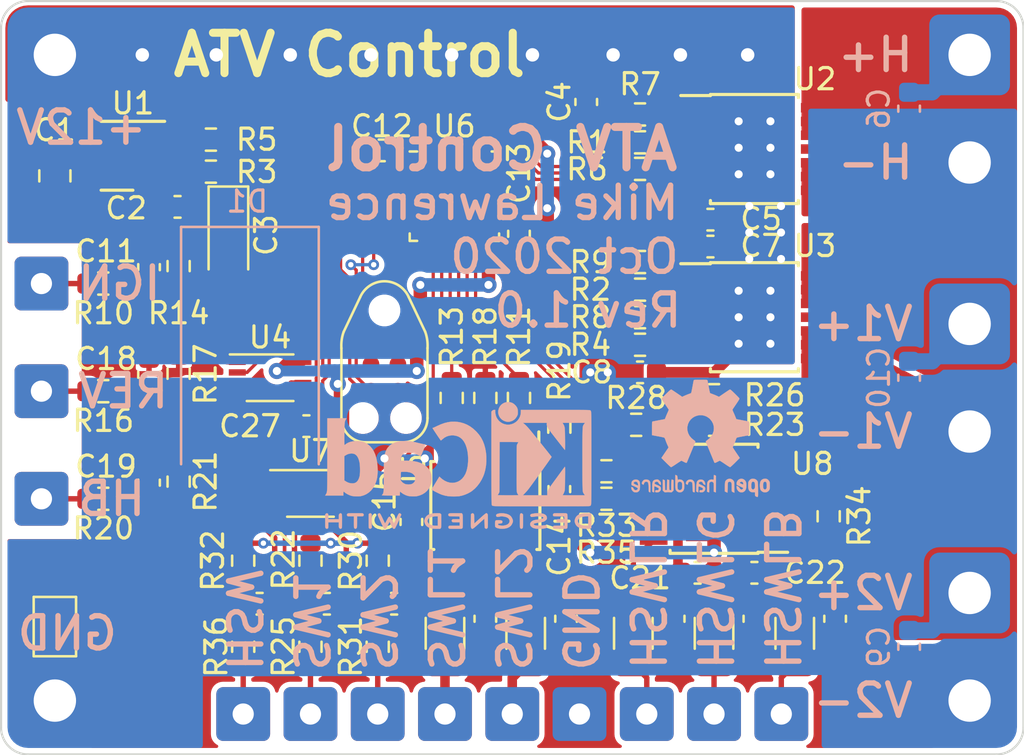
<source format=kicad_pcb>
(kicad_pcb (version 20171130) (host pcbnew "(5.1.7-0-10_14)")
  (layers (0 F.Cu signal) (31 B.Cu signal) (34 B.Paste user hide) (35 F.Paste user hide) (36 B.SilkS user) (37 F.SilkS user) (38 B.Mask user) (39 F.Mask user) (44 Edge.Cuts user))
  (net 0 "")
  (net 1 "Net-(R1-Pad1)")
  (net 2 "Net-(R3-Pad1)")
  (net 3 "Net-(R2-Pad1)")
  (net 4 "Net-(R6-Pad2)")
  (net 5 GND)
  (net 6 /PDI_DATA)
  (net 7 /PDI_CLK)
  (net 8 +3.3V)
  (net 9 +12V)
  (net 10 /IGN)
  (net 11 /REV)
  (net 12 /HB)
  (net 13 /SW1)
  (net 14 /SW2)
  (net 15 /V1_EN)
  (net 16 /V2_EN)
  (net 17 /REV_IN)
  (net 18 /SW2_IN)
  (net 19 /HB_IN)
  (net 20 /SW1_IN)
  (net 21 /IGN_IN)
  (net 22 "Net-(C21-Pad2)")
  (net 23 "Net-(C23-Pad1)")
  (net 24 "Net-(C24-Pad1)")
  (net 25 "Net-(C28-Pad1)")
  (net 26 /SWL1)
  (net 27 /SWL2)
  (net 28 "Net-(R26-Pad1)")
  (net 29 "Net-(R33-Pad2)")
  (net 30 "Net-(U1-Pad7)")
  (net 31 "Net-(U1-Pad6)")
  (net 32 "Net-(U1-Pad3)")
  (net 33 "Net-(U2-Pad11)")
  (net 34 "Net-(U2-Pad7)")
  (net 35 "Net-(U2-Pad4)")
  (net 36 GNDPWR)
  (net 37 /HSWLB)
  (net 38 /HSWLG)
  (net 39 /HSWLR)
  (net 40 /HSW)
  (net 41 "Net-(C16-Pad1)")
  (net 42 /H+)
  (net 43 /V2+)
  (net 44 /V1+)
  (net 45 /HSW_IN)
  (net 46 /SWL2_EN)
  (net 47 /SWL1_EN)
  (net 48 /HSWLG_EN)
  (net 49 /HSWLB_EN)
  (net 50 /HSWLR_EN)
  (net 51 /H_EN)
  (net 52 "Net-(C4-Pad2)")
  (net 53 "Net-(C7-Pad2)")
  (net 54 "Net-(C11-Pad1)")
  (net 55 "Net-(C14-Pad2)")
  (net 56 "Net-(C17-Pad1)")
  (net 57 "Net-(C18-Pad1)")
  (net 58 "Net-(C19-Pad1)")
  (net 59 "Net-(C20-Pad1)")
  (net 60 "Net-(C25-Pad1)")
  (net 61 "Net-(C26-Pad1)")
  (net 62 "Net-(J11-Pad4)")
  (net 63 "Net-(J11-Pad3)")
  (net 64 "Net-(R4-Pad1)")
  (net 65 "Net-(R8-Pad2)")
  (net 66 "Net-(R11-Pad1)")
  (net 67 "Net-(R13-Pad1)")
  (net 68 "Net-(R18-Pad2)")
  (net 69 "Net-(R23-Pad1)")
  (net 70 "Net-(R28-Pad1)")
  (net 71 "Net-(R34-Pad2)")
  (net 72 "Net-(U2-Pad6)")
  (net 73 "Net-(U2-Pad5)")
  (net 74 "Net-(U3-Pad11)")
  (net 75 "Net-(U3-Pad7)")
  (net 76 "Net-(U3-Pad4)")
  (net 77 "Net-(U5-Pad11)")
  (net 78 "Net-(U5-Pad7)")
  (net 79 "Net-(U5-Pad4)")
  (net 80 "Net-(U6-Pad31)")
  (net 81 "Net-(U6-Pad30)")
  (net 82 "Net-(U6-Pad29)")
  (net 83 "Net-(U6-Pad28)")
  (net 84 "Net-(U6-Pad27)")
  (net 85 "Net-(U6-Pad26)")
  (net 86 "Net-(U6-Pad21)")
  (net 87 "Net-(U6-Pad20)")
  (net 88 "Net-(U6-Pad19)")
  (net 89 "Net-(U6-Pad16)")
  (net 90 "Net-(U8-Pad13)")
  (net 91 "Net-(U8-Pad12)")
  (net 92 "Net-(U8-Pad3)")
  (net 93 "Net-(U6-Pad9)")
  (net 94 "Net-(U6-Pad22)")
  (module Symbol:KiCad-Logo2_5mm_SilkScreen (layer B.Cu) (at 52.07 39.6875 180)
    (fp_text reference "#LOGO2" hide)
    (fp_text value KiCad-Logo2_5mm_SilkScreen hide)
  )
  (module Symbol:OSHW-Logo2_7.3x6mm_SilkScreen (layer B.Cu) (at 63.5 38.4175 180)
    (fp_text reference "#LOGO1" hide)
    (fp_text value OSHW-Logo2_7.3x6mm_SilkScreen hide)
  )
  (module Package_SO:VSSOP-8_2.3x2mm_P0.5mm (layer F.Cu) (at 45.085 41.021)
    (fp_text reference U7 (at 0 -2) (layer F.SilkS))
    (fp_text value 74LVC3G17)
    (pad 8 smd rect (at 1.55 -0.75 270) (size 0.3 0.8) (layers F.Cu F.Paste F.Mask) (net 8 +3.3V))
    (pad 7 smd rect (at 1.55 -0.25 270) (size 0.3 0.8) (layers F.Cu F.Paste F.Mask) (net 45 /HSW_IN))
    (pad 6 smd rect (at 1.55 0.25 270) (size 0.3 0.8) (layers F.Cu F.Paste F.Mask) (net 61 "Net-(C26-Pad1)"))
    (pad 5 smd rect (at 1.55 0.75 270) (size 0.3 0.8) (layers F.Cu F.Paste F.Mask) (net 20 /SW1_IN))
    (pad 4 smd rect (at -1.55 0.75 270) (size 0.3 0.8) (layers F.Cu F.Paste F.Mask) (net 5 GND))
    (pad 3 smd rect (at -1.55 0.25 270) (size 0.3 0.8) (layers F.Cu F.Paste F.Mask) (net 59 "Net-(C20-Pad1)"))
    (pad 2 smd rect (at -1.55 -0.25 270) (size 0.3 0.8) (layers F.Cu F.Paste F.Mask) (net 18 /SW2_IN))
    (pad 1 smd rect (at -1.55 -0.75 270) (size 0.3 0.8) (layers F.Cu F.Paste F.Mask) (net 25 "Net-(C28-Pad1)"))
  )
  (module Capacitor_SMD:C_0603_1608Metric (layer F.Cu) (at 44.8945 37.846)
    (fp_text reference C27 (at -2.667 0) (layer F.SilkS))
    (fp_text value 0.47uF)
    (pad 2 smd roundrect (at 0.775 0) (size 0.9 0.95) (layers F.Cu F.Paste F.Mask) (net 8 +3.3V))
    (pad 1 smd roundrect (at -0.775 0) (size 0.9 0.95) (layers F.Cu F.Paste F.Mask) (net 5 GND))
  )
  (module Package_SO-ML:Infineon_PG-TSDSO-14-22 (layer F.Cu) (at 64.135 41.275 180)
    (fp_text reference U8 (at -4.6355 1.651) (layer F.SilkS))
    (fp_text value BTS7200-4EPA hide)
    (pad 14 smd rect (at 2.85 -1.95 180) (size 1.31 0.45) (layers F.Cu F.Paste F.Mask) (net 23 "Net-(C23-Pad1)"))
    (pad 13 smd rect (at 2.85 -1.3 180) (size 1.31 0.45) (layers F.Cu F.Paste F.Mask) (net 90 "Net-(U8-Pad13)"))
    (pad 12 smd rect (at 2.85 -0.65 180) (size 1.31 0.45) (layers F.Cu F.Paste F.Mask) (net 91 "Net-(U8-Pad12)"))
    (pad 11 smd rect (at 2.85 0 180) (size 1.31 0.45) (layers F.Cu F.Paste F.Mask) (net 22 "Net-(C21-Pad2)"))
    (pad 10 smd rect (at 2.85 0.65 180) (size 1.31 0.45) (layers F.Cu F.Paste F.Mask) (net 29 "Net-(R33-Pad2)"))
    (pad 9 smd rect (at 2.85 1.3 180) (size 1.31 0.45) (layers F.Cu F.Paste F.Mask) (net 29 "Net-(R33-Pad2)"))
    (pad 15 smd rect (at 0 -1 180) (size 2.65 2) (layers F.Cu F.Paste F.Mask) (net 9 +12V))
    (pad 15 smd rect (at 0 1 180) (size 2.65 2) (layers F.Cu F.Paste F.Mask) (net 9 +12V))
    (pad 8 smd rect (at 2.85 1.95 180) (size 1.31 0.45) (layers F.Cu F.Paste F.Mask) (net 70 "Net-(R28-Pad1)"))
    (pad 7 smd rect (at -2.85 1.95 180) (size 1.31 0.45) (layers F.Cu F.Paste F.Mask) (net 69 "Net-(R23-Pad1)"))
    (pad 6 smd rect (at -2.85 1.3 180) (size 1.31 0.45) (layers F.Cu F.Paste F.Mask) (net 28 "Net-(R26-Pad1)"))
    (pad 5 smd rect (at -2.85 0.65 180) (size 1.31 0.45) (layers F.Cu F.Paste F.Mask) (net 71 "Net-(R34-Pad2)"))
    (pad 4 smd rect (at -2.85 0 180) (size 1.31 0.45) (layers F.Cu F.Paste F.Mask) (net 71 "Net-(R34-Pad2)"))
    (pad 3 smd rect (at -2.85 -0.65 180) (size 1.31 0.45) (layers F.Cu F.Paste F.Mask) (net 92 "Net-(U8-Pad3)"))
    (pad 2 smd rect (at -2.85 -1.3 180) (size 1.31 0.45) (layers F.Cu F.Paste F.Mask) (net 24 "Net-(C24-Pad1)"))
    (pad 1 smd rect (at -2.85 -1.95 180) (size 1.31 0.45) (layers F.Cu F.Paste F.Mask) (net 60 "Net-(C25-Pad1)"))
  )
  (module Package_SO-ML:Infineon_PG-TSDSO-14-22 (layer F.Cu) (at 53.34 41.5925 270)
    (fp_text reference U5 (at -1.4605 3.3655 270) (layer F.SilkS))
    (fp_text value BTS7200-2EPA hide)
    (pad 14 smd rect (at 2.85 -1.95 270) (size 1.31 0.45) (layers F.Cu F.Paste F.Mask) (net 56 "Net-(C17-Pad1)"))
    (pad 13 smd rect (at 2.85 -1.3 270) (size 1.31 0.45) (layers F.Cu F.Paste F.Mask) (net 56 "Net-(C17-Pad1)"))
    (pad 12 smd rect (at 2.85 -0.65 270) (size 1.31 0.45) (layers F.Cu F.Paste F.Mask) (net 56 "Net-(C17-Pad1)"))
    (pad 11 smd rect (at 2.85 0 270) (size 1.31 0.45) (layers F.Cu F.Paste F.Mask) (net 77 "Net-(U5-Pad11)"))
    (pad 10 smd rect (at 2.85 0.65 270) (size 1.31 0.45) (layers F.Cu F.Paste F.Mask) (net 41 "Net-(C16-Pad1)"))
    (pad 9 smd rect (at 2.85 1.3 270) (size 1.31 0.45) (layers F.Cu F.Paste F.Mask) (net 41 "Net-(C16-Pad1)"))
    (pad 15 smd rect (at 0 -1 270) (size 2.65 2) (layers F.Cu F.Paste F.Mask) (net 9 +12V))
    (pad 15 smd rect (at 0 1 270) (size 2.65 2) (layers F.Cu F.Paste F.Mask) (net 9 +12V))
    (pad 8 smd rect (at 2.85 1.95 270) (size 1.31 0.45) (layers F.Cu F.Paste F.Mask) (net 41 "Net-(C16-Pad1)"))
    (pad 7 smd rect (at -2.85 1.95 270) (size 1.31 0.45) (layers F.Cu F.Paste F.Mask) (net 78 "Net-(U5-Pad7)"))
    (pad 6 smd rect (at -2.85 1.3 270) (size 1.31 0.45) (layers F.Cu F.Paste F.Mask) (net 67 "Net-(R13-Pad1)"))
    (pad 5 smd rect (at -2.85 0.65 270) (size 1.31 0.45) (layers F.Cu F.Paste F.Mask) (net 68 "Net-(R18-Pad2)"))
    (pad 4 smd rect (at -2.85 0 270) (size 1.31 0.45) (layers F.Cu F.Paste F.Mask) (net 79 "Net-(U5-Pad4)"))
    (pad 3 smd rect (at -2.85 -0.65 270) (size 1.31 0.45) (layers F.Cu F.Paste F.Mask) (net 68 "Net-(R18-Pad2)"))
    (pad 2 smd rect (at -2.85 -1.3 270) (size 1.31 0.45) (layers F.Cu F.Paste F.Mask) (net 66 "Net-(R11-Pad1)"))
    (pad 1 smd rect (at -2.85 -1.95 270) (size 1.31 0.45) (layers F.Cu F.Paste F.Mask) (net 55 "Net-(C14-Pad2)"))
  )
  (module Package_SO-ML:Infineon_PG-TSDSO-14-22 (layer F.Cu) (at 66.04 24.765)
    (fp_text reference U2 (at 2.8575 -3.302) (layer F.SilkS))
    (fp_text value BTS7002-1EPP hide)
    (pad 14 smd rect (at 2.85 -1.95) (size 1.31 0.45) (layers F.Cu F.Paste F.Mask) (net 42 /H+))
    (pad 13 smd rect (at 2.85 -1.3) (size 1.31 0.45) (layers F.Cu F.Paste F.Mask) (net 42 /H+))
    (pad 12 smd rect (at 2.85 -0.65) (size 1.31 0.45) (layers F.Cu F.Paste F.Mask) (net 42 /H+))
    (pad 11 smd rect (at 2.85 0) (size 1.31 0.45) (layers F.Cu F.Paste F.Mask) (net 33 "Net-(U2-Pad11)"))
    (pad 10 smd rect (at 2.85 0.65) (size 1.31 0.45) (layers F.Cu F.Paste F.Mask) (net 42 /H+))
    (pad 9 smd rect (at 2.85 1.3) (size 1.31 0.45) (layers F.Cu F.Paste F.Mask) (net 42 /H+))
    (pad 15 smd rect (at 0 -1) (size 2.65 2) (layers F.Cu F.Paste F.Mask) (net 9 +12V))
    (pad 15 smd rect (at 0 1) (size 2.65 2) (layers F.Cu F.Paste F.Mask) (net 9 +12V))
    (pad 8 smd rect (at 2.85 1.95) (size 1.31 0.45) (layers F.Cu F.Paste F.Mask) (net 42 /H+))
    (pad 7 smd rect (at -2.85 1.95) (size 1.31 0.45) (layers F.Cu F.Paste F.Mask) (net 34 "Net-(U2-Pad7)"))
    (pad 6 smd rect (at -2.85 1.3) (size 1.31 0.45) (layers F.Cu F.Paste F.Mask) (net 72 "Net-(U2-Pad6)"))
    (pad 5 smd rect (at -2.85 0.65) (size 1.31 0.45) (layers F.Cu F.Paste F.Mask) (net 73 "Net-(U2-Pad5)"))
    (pad 4 smd rect (at -2.85 0) (size 1.31 0.45) (layers F.Cu F.Paste F.Mask) (net 35 "Net-(U2-Pad4)"))
    (pad 3 smd rect (at -2.85 -0.65) (size 1.31 0.45) (layers F.Cu F.Paste F.Mask) (net 4 "Net-(R6-Pad2)"))
    (pad 2 smd rect (at -2.85 -1.3) (size 1.31 0.45) (layers F.Cu F.Paste F.Mask) (net 1 "Net-(R1-Pad1)"))
    (pad 1 smd rect (at -2.85 -1.95) (size 1.31 0.45) (layers F.Cu F.Paste F.Mask) (net 52 "Net-(C4-Pad2)"))
  )
  (module Package_SO-ML:Infineon_PG-TSDSO-14-22 (layer F.Cu) (at 66.04 32.7025)
    (fp_text reference U3 (at 2.8575 -3.3655) (layer F.SilkS))
    (fp_text value BTS7008-2EPA hide)
    (pad 14 smd rect (at 2.85 -1.95) (size 1.31 0.45) (layers F.Cu F.Paste F.Mask) (net 44 /V1+))
    (pad 13 smd rect (at 2.85 -1.3) (size 1.31 0.45) (layers F.Cu F.Paste F.Mask) (net 44 /V1+))
    (pad 12 smd rect (at 2.85 -0.65) (size 1.31 0.45) (layers F.Cu F.Paste F.Mask) (net 44 /V1+))
    (pad 11 smd rect (at 2.85 0) (size 1.31 0.45) (layers F.Cu F.Paste F.Mask) (net 74 "Net-(U3-Pad11)"))
    (pad 10 smd rect (at 2.85 0.65) (size 1.31 0.45) (layers F.Cu F.Paste F.Mask) (net 43 /V2+))
    (pad 9 smd rect (at 2.85 1.3) (size 1.31 0.45) (layers F.Cu F.Paste F.Mask) (net 43 /V2+))
    (pad 15 smd rect (at 0 -1) (size 2.65 2) (layers F.Cu F.Paste F.Mask) (net 9 +12V))
    (pad 15 smd rect (at 0 1) (size 2.65 2) (layers F.Cu F.Paste F.Mask) (net 9 +12V))
    (pad 8 smd rect (at 2.85 1.95) (size 1.31 0.45) (layers F.Cu F.Paste F.Mask) (net 43 /V2+))
    (pad 7 smd rect (at -2.85 1.95) (size 1.31 0.45) (layers F.Cu F.Paste F.Mask) (net 75 "Net-(U3-Pad7)"))
    (pad 6 smd rect (at -2.85 1.3) (size 1.31 0.45) (layers F.Cu F.Paste F.Mask) (net 64 "Net-(R4-Pad1)"))
    (pad 5 smd rect (at -2.85 0.65) (size 1.31 0.45) (layers F.Cu F.Paste F.Mask) (net 65 "Net-(R8-Pad2)"))
    (pad 4 smd rect (at -2.85 0) (size 1.31 0.45) (layers F.Cu F.Paste F.Mask) (net 76 "Net-(U3-Pad4)"))
    (pad 3 smd rect (at -2.85 -0.65) (size 1.31 0.45) (layers F.Cu F.Paste F.Mask) (net 65 "Net-(R8-Pad2)"))
    (pad 2 smd rect (at -2.85 -1.3) (size 1.31 0.45) (layers F.Cu F.Paste F.Mask) (net 3 "Net-(R2-Pad1)"))
    (pad 1 smd rect (at -2.85 -1.95) (size 1.31 0.45) (layers F.Cu F.Paste F.Mask) (net 53 "Net-(C7-Pad2)"))
  )
  (module Resistor_SMD:R_0603_1608Metric (layer F.Cu) (at 60.6425 25.7025)
    (fp_text reference R6 (at -1.42875 0.015) (layer F.SilkS) (effects (justify right)))
    (fp_text value 10k)
    (pad 2 smd roundrect (at 0.825 0) (size 0.8 0.95) (layers F.Cu F.Paste F.Mask) (net 4 "Net-(R6-Pad2)"))
    (pad 1 smd roundrect (at -0.825 0) (size 0.8 0.95) (layers F.Cu F.Paste F.Mask) (net 36 GNDPWR))
  )
  (module Resistor_SMD:R_0603_1608Metric (layer F.Cu) (at 59.055 39.975)
    (fp_text reference R33 (at 0 2.57) (layer F.SilkS))
    (fp_text value 10k)
    (pad 2 smd roundrect (at 0.825 0) (size 0.8 0.95) (layers F.Cu F.Paste F.Mask) (net 29 "Net-(R33-Pad2)"))
    (pad 1 smd roundrect (at -0.825 0) (size 0.8 0.95) (layers F.Cu F.Paste F.Mask) (net 5 GND))
  )
  (module Resistor_SMD:R_0603_1608Metric (layer F.Cu) (at 53.34 36.5125 270)
    (fp_text reference R18 (at -1.3335 0 90) (layer F.SilkS) (effects (justify left)))
    (fp_text value 10k)
    (pad 2 smd roundrect (at 0.825 0 270) (size 0.8 0.95) (layers F.Cu F.Paste F.Mask) (net 68 "Net-(R18-Pad2)"))
    (pad 1 smd roundrect (at -0.825 0 270) (size 0.8 0.95) (layers F.Cu F.Paste F.Mask) (net 5 GND))
  )
  (module Resistor_SMD:R_0603_1608Metric (layer F.Cu) (at 60.6425 32.7025)
    (fp_text reference R8 (at -1.27 0) (layer F.SilkS) (effects (justify right)))
    (fp_text value 10k)
    (pad 2 smd roundrect (at 0.825 0) (size 0.8 0.95) (layers F.Cu F.Paste F.Mask) (net 65 "Net-(R8-Pad2)"))
    (pad 1 smd roundrect (at -0.825 0) (size 0.8 0.95) (layers F.Cu F.Paste F.Mask) (net 36 GNDPWR))
  )
  (module Connector_Wire-ML:SolderWire-1x01_D2mm_OD3.81mm (layer F.Cu) (at 76.2 25.4)
    (fp_text reference J7 hide)
    (fp_text value TEST_1P)
    (pad 1 thru_hole roundrect (at 0 0) (size 3.81 3.81) (drill 2) (layers *.Cu *.Mask) (roundrect_rratio 0.125) (net 36 GNDPWR))
  )
  (module Resistor_SMD:R_0603_1608Metric (layer F.Cu) (at 45.085 44.196 90)
    (fp_text reference R22 (at 0.0585 -1.27 90) (layer F.SilkS))
    (fp_text value 100k)
    (pad 2 smd roundrect (at 0.825 0 90) (size 0.8 0.95) (layers F.Cu F.Paste F.Mask) (net 8 +3.3V))
    (pad 1 smd roundrect (at -0.825 0 90) (size 0.8 0.95) (layers F.Cu F.Paste F.Mask) (net 59 "Net-(C20-Pad1)"))
  )
  (module Resistor_SMD:R_0603_1608Metric (layer F.Cu) (at 41.91 44.196 90)
    (fp_text reference R32 (at 0 -1.43 90) (layer F.SilkS))
    (fp_text value 100k)
    (pad 2 smd roundrect (at 0.825 0 90) (size 0.8 0.95) (layers F.Cu F.Paste F.Mask) (net 8 +3.3V))
    (pad 1 smd roundrect (at -0.825 0 90) (size 0.8 0.95) (layers F.Cu F.Paste F.Mask) (net 25 "Net-(C28-Pad1)"))
  )
  (module Connector_Wire-ML:SolderWire-1x01_D1mm_OD2.54mm (layer F.Cu) (at 67.31 51.435)
    (fp_text reference J18 hide)
    (fp_text value TEST_1P)
    (pad 1 thru_hole roundrect (at 0 0) (size 2.54 2.54) (drill 1) (layers *.Cu *.Mask) (roundrect_rratio 0.125) (net 37 /HSWLB))
  )
  (module Connector_Wire-ML:SolderWire-1x01_D1mm_OD2.54mm (layer F.Cu) (at 64.135 51.435)
    (fp_text reference J16 hide)
    (fp_text value TEST_1P)
    (pad 1 thru_hole roundrect (at 0 0) (size 2.54 2.54) (drill 1) (layers *.Cu *.Mask) (roundrect_rratio 0.125) (net 38 /HSWLG))
  )
  (module Connector_Wire-ML:SolderWire-1x01_D1mm_OD2.54mm (layer F.Cu) (at 60.96 51.435)
    (fp_text reference J19 hide)
    (fp_text value TEST_1P)
    (pad 1 thru_hole roundrect (at 0 0) (size 2.54 2.54) (drill 1) (layers *.Cu *.Mask) (roundrect_rratio 0.125) (net 39 /HSWLR))
  )
  (module Package_SO:VSSOP-8_2.3x2mm_P0.5mm (layer F.Cu) (at 43.18 35.56)
    (fp_text reference U4 (at 0 -1.905) (layer F.SilkS))
    (fp_text value 74LVC3G17)
    (pad 8 smd rect (at 1.55 -0.75 270) (size 0.3 0.8) (layers F.Cu F.Paste F.Mask) (net 8 +3.3V))
    (pad 7 smd rect (at 1.55 -0.25 270) (size 0.3 0.8) (layers F.Cu F.Paste F.Mask) (net 21 /IGN_IN))
    (pad 6 smd rect (at 1.55 0.25 270) (size 0.3 0.8) (layers F.Cu F.Paste F.Mask) (net 58 "Net-(C19-Pad1)"))
    (pad 5 smd rect (at 1.55 0.75 270) (size 0.3 0.8) (layers F.Cu F.Paste F.Mask) (net 17 /REV_IN))
    (pad 4 smd rect (at -1.55 0.75 270) (size 0.3 0.8) (layers F.Cu F.Paste F.Mask) (net 5 GND))
    (pad 3 smd rect (at -1.55 0.25 270) (size 0.3 0.8) (layers F.Cu F.Paste F.Mask) (net 57 "Net-(C18-Pad1)"))
    (pad 2 smd rect (at -1.55 -0.25 270) (size 0.3 0.8) (layers F.Cu F.Paste F.Mask) (net 19 /HB_IN))
    (pad 1 smd rect (at -1.55 -0.75 270) (size 0.3 0.8) (layers F.Cu F.Paste F.Mask) (net 54 "Net-(C11-Pad1)"))
  )
  (module Resistor_SMD:R_1206_3216Metric (layer F.Cu) (at 67.945 47.625 90)
    (fp_text reference R27 hide)
    (fp_text value 560R)
    (pad 2 smd roundrect (at 1.4625 0 90) (size 1.125 1.75) (layers F.Cu F.Paste F.Mask) (roundrect_rratio 0.222222) (net 24 "Net-(C24-Pad1)"))
    (pad 1 smd roundrect (at -1.4625 0 90) (size 1.125 1.75) (layers F.Cu F.Paste F.Mask) (roundrect_rratio 0.222222) (net 37 /HSWLB))
  )
  (module Resistor_SMD:R_1206_3216Metric (layer F.Cu) (at 64.135 47.625 90)
    (fp_text reference R24 hide)
    (fp_text value 560R)
    (pad 2 smd roundrect (at 1.4625 0 90) (size 1.125 1.75) (layers F.Cu F.Paste F.Mask) (roundrect_rratio 0.222222) (net 60 "Net-(C25-Pad1)"))
    (pad 1 smd roundrect (at -1.4625 0 90) (size 1.125 1.75) (layers F.Cu F.Paste F.Mask) (roundrect_rratio 0.222222) (net 38 /HSWLG))
  )
  (module Resistor_SMD:R_1206_3216Metric (layer F.Cu) (at 60.325 47.625 90)
    (fp_text reference R29 hide)
    (fp_text value 560R)
    (pad 2 smd roundrect (at 1.4625 0 90) (size 1.125 1.75) (layers F.Cu F.Paste F.Mask) (roundrect_rratio 0.222222) (net 23 "Net-(C23-Pad1)"))
    (pad 1 smd roundrect (at -1.4625 0 90) (size 1.125 1.75) (layers F.Cu F.Paste F.Mask) (roundrect_rratio 0.222222) (net 39 /HSWLR))
  )
  (module Connector_Wire-ML:SolderWire-1x01_D2mm_OD3.81mm (layer F.Cu) (at 76.2 20.32)
    (fp_text reference J2 hide)
    (fp_text value TEST_1P)
    (pad 1 thru_hole roundrect (at 0 0) (size 3.81 3.81) (drill 2) (layers *.Cu *.Mask) (roundrect_rratio 0.125) (net 42 /H+))
  )
  (module Connector_Wire-ML:SolderWire-1x01_D1mm_OD2.54mm (layer F.Cu) (at 41.91 51.435)
    (fp_text reference J21 hide)
    (fp_text value TEST_1P)
    (pad 1 thru_hole roundrect (at 0 0) (size 2.54 2.54) (drill 1) (layers *.Cu *.Mask) (roundrect_rratio 0.125) (net 40 /HSW))
  )
  (module Resistor_SMD:R_0603_1608Metric (layer F.Cu) (at 41.91 48.26 270)
    (fp_text reference R36 (at 0 1.27 90) (layer F.SilkS))
    (fp_text value 10k)
    (pad 2 smd roundrect (at 0.825 0 270) (size 0.8 0.95) (layers F.Cu F.Paste F.Mask) (net 40 /HSW))
    (pad 1 smd roundrect (at -0.825 0 270) (size 0.8 0.95) (layers F.Cu F.Paste F.Mask) (net 25 "Net-(C28-Pad1)"))
  )
  (module Capacitor_SMD:C_0603_1608Metric (layer F.Cu) (at 42.685 46.228)
    (fp_text reference C28 hide)
    (fp_text value 10nF)
    (pad 2 smd roundrect (at 0.775 0) (size 0.9 0.95) (layers F.Cu F.Paste F.Mask) (net 5 GND))
    (pad 1 smd roundrect (at -0.775 0) (size 0.9 0.95) (layers F.Cu F.Paste F.Mask) (net 25 "Net-(C28-Pad1)"))
  )
  (module Jumper:SolderJumper-2_P1.3mm_Bridged2Bar_Pad1.0x1.5mm (layer F.Cu) (at 33.02 47.3075 90)
    (fp_text reference JP1 hide)
    (fp_text value Jumper)
    (fp_poly (pts (xy -0.25 -0.6) (xy 0.25 -0.6) (xy 0.25 -0.2) (xy -0.25 -0.2)) (layer F.Cu) (width 0))
    (fp_poly (pts (xy -0.25 0.2) (xy 0.25 0.2) (xy 0.25 0.6) (xy -0.25 0.6)) (layer F.Cu) (width 0))
    (pad 2 smd rect (at 0.65 0 90) (size 1 1.5) (layers F.Cu F.Mask) (net 5 GND))
    (pad 1 smd rect (at -0.65 0 90) (size 1 1.5) (layers F.Cu F.Mask) (net 36 GNDPWR))
  )
  (module Resistor_SMD:R_0603_1608Metric (layer F.Cu) (at 59.055 41.275)
    (fp_text reference R35 (at 0 2.54) (layer F.SilkS))
    (fp_text value 47R)
    (pad 2 smd roundrect (at 0.825 0) (size 0.8 0.95) (layers F.Cu F.Paste F.Mask) (net 22 "Net-(C21-Pad2)"))
    (pad 1 smd roundrect (at -0.825 0) (size 0.8 0.95) (layers F.Cu F.Paste F.Mask) (net 5 GND))
  )
  (module Resistor_SMD:R_0603_1608Metric (layer F.Cu) (at 69.5475 42.1 90)
    (fp_text reference R34 (at -0.0005 1.4455 90) (layer F.SilkS))
    (fp_text value 10k)
    (pad 2 smd roundrect (at 0.825 0 90) (size 0.8 0.95) (layers F.Cu F.Paste F.Mask) (net 71 "Net-(R34-Pad2)"))
    (pad 1 smd roundrect (at -0.825 0 90) (size 0.8 0.95) (layers F.Cu F.Paste F.Mask) (net 5 GND))
  )
  (module Resistor_SMD:R_0603_1608Metric (layer F.Cu) (at 60.46 37.7825 180)
    (fp_text reference R28 (at 0 1.27) (layer F.SilkS))
    (fp_text value 4.7k)
    (pad 2 smd roundrect (at 0.825 0 180) (size 0.8 0.95) (layers F.Cu F.Paste F.Mask) (net 50 /HSWLR_EN))
    (pad 1 smd roundrect (at -0.825 0 180) (size 0.8 0.95) (layers F.Cu F.Paste F.Mask) (net 70 "Net-(R28-Pad1)"))
  )
  (module Resistor_SMD:R_0603_1608Metric (layer F.Cu) (at 64.135 36.3855 180)
    (fp_text reference R26 (at -2.8575 0) (layer F.SilkS))
    (fp_text value 4.7k)
    (pad 2 smd roundrect (at 0.825 0 180) (size 0.8 0.95) (layers F.Cu F.Paste F.Mask) (net 49 /HSWLB_EN))
    (pad 1 smd roundrect (at -0.825 0 180) (size 0.8 0.95) (layers F.Cu F.Paste F.Mask) (net 28 "Net-(R26-Pad1)"))
  )
  (module Resistor_SMD:R_0603_1608Metric (layer F.Cu) (at 64.135 37.7825 180)
    (fp_text reference R23 (at -2.8575 0) (layer F.SilkS))
    (fp_text value 4.7k)
    (pad 2 smd roundrect (at 0.825 0 180) (size 0.8 0.95) (layers F.Cu F.Paste F.Mask) (net 48 /HSWLG_EN))
    (pad 1 smd roundrect (at -0.825 0 180) (size 0.8 0.95) (layers F.Cu F.Paste F.Mask) (net 69 "Net-(R23-Pad1)"))
  )
  (module Resistor_SMD:R_0603_1608Metric (layer F.Cu) (at 56.8325 37.9175 270)
    (fp_text reference R19 (at -2.675 0 90) (layer F.SilkS))
    (fp_text value 47R)
    (pad 2 smd roundrect (at 0.825 0 270) (size 0.8 0.95) (layers F.Cu F.Paste F.Mask) (net 55 "Net-(C14-Pad2)"))
    (pad 1 smd roundrect (at -0.825 0 270) (size 0.8 0.95) (layers F.Cu F.Paste F.Mask) (net 5 GND))
  )
  (module Resistor_SMD:R_0603_1608Metric (layer F.Cu) (at 51.7525 36.5125 90)
    (fp_text reference R13 (at 1.3335 0 90) (layer F.SilkS) (effects (justify left)))
    (fp_text value 4.7k)
    (pad 2 smd roundrect (at 0.825 0 90) (size 0.8 0.95) (layers F.Cu F.Paste F.Mask) (net 47 /SWL1_EN))
    (pad 1 smd roundrect (at -0.825 0 90) (size 0.8 0.95) (layers F.Cu F.Paste F.Mask) (net 67 "Net-(R13-Pad1)"))
  )
  (module Resistor_SMD:R_0603_1608Metric (layer F.Cu) (at 54.9275 36.5125 90)
    (fp_text reference R11 (at 1.3335 0 90) (layer F.SilkS) (effects (justify left)))
    (fp_text value 4.7k)
    (pad 2 smd roundrect (at 0.825 0 90) (size 0.8 0.95) (layers F.Cu F.Paste F.Mask) (net 46 /SWL2_EN))
    (pad 1 smd roundrect (at -0.825 0 90) (size 0.8 0.95) (layers F.Cu F.Paste F.Mask) (net 66 "Net-(R11-Pad1)"))
  )
  (module Resistor_SMD:R_0603_1608Metric (layer F.Cu) (at 60.6425 23.1325)
    (fp_text reference R7 (at 0 -1.43) (layer F.SilkS))
    (fp_text value 47R)
    (pad 2 smd roundrect (at 0.825 0) (size 0.8 0.95) (layers F.Cu F.Paste F.Mask) (net 52 "Net-(C4-Pad2)"))
    (pad 1 smd roundrect (at -0.825 0) (size 0.8 0.95) (layers F.Cu F.Paste F.Mask) (net 36 GNDPWR))
  )
  (module Resistor_SMD:R_0603_1608Metric (layer F.Cu) (at 60.6425 24.4475 180)
    (fp_text reference R1 (at 1.42875 0) (layer F.SilkS) (effects (justify right)))
    (fp_text value 4.7k)
    (pad 2 smd roundrect (at 0.825 0 180) (size 0.8 0.95) (layers F.Cu F.Paste F.Mask) (net 51 /H_EN))
    (pad 1 smd roundrect (at -0.825 0 180) (size 0.8 0.95) (layers F.Cu F.Paste F.Mask) (net 1 "Net-(R1-Pad1)"))
  )
  (module Capacitor_SMD:C_0603_1608Metric (layer F.Cu) (at 66.04 46.9375 270)
    (fp_text reference C25 hide)
    (fp_text value 10nF)
    (pad 2 smd roundrect (at 0.775 0 270) (size 0.9 0.95) (layers F.Cu F.Paste F.Mask) (net 5 GND))
    (pad 1 smd roundrect (at -0.775 0 270) (size 0.9 0.95) (layers F.Cu F.Paste F.Mask) (net 60 "Net-(C25-Pad1)"))
  )
  (module Capacitor_SMD:C_0603_1608Metric (layer F.Cu) (at 69.85 46.9375 270)
    (fp_text reference C24 hide)
    (fp_text value 10nF)
    (pad 2 smd roundrect (at 0.775 0 270) (size 0.9 0.95) (layers F.Cu F.Paste F.Mask) (net 5 GND))
    (pad 1 smd roundrect (at -0.775 0 270) (size 0.9 0.95) (layers F.Cu F.Paste F.Mask) (net 24 "Net-(C24-Pad1)"))
  )
  (module Capacitor_SMD:C_0603_1608Metric (layer F.Cu) (at 62.23 46.9375 270)
    (fp_text reference C23 hide)
    (fp_text value 10nF)
    (pad 2 smd roundrect (at 0.775 0 270) (size 0.9 0.95) (layers F.Cu F.Paste F.Mask) (net 5 GND))
    (pad 1 smd roundrect (at -0.775 0 270) (size 0.9 0.95) (layers F.Cu F.Paste F.Mask) (net 23 "Net-(C23-Pad1)"))
  )
  (module Capacitor_SMD:C_0603_1608Metric (layer F.Cu) (at 66.04 44.7675 180)
    (fp_text reference C22 (at -2.8575 0) (layer F.SilkS))
    (fp_text value 0.1uF)
    (pad 2 smd roundrect (at 0.775 0 180) (size 0.9 0.95) (layers F.Cu F.Paste F.Mask) (net 9 +12V))
    (pad 1 smd roundrect (at -0.775 0 180) (size 0.9 0.95) (layers F.Cu F.Paste F.Mask) (net 5 GND))
  )
  (module Capacitor_SMD:C_0603_1608Metric (layer F.Cu) (at 63.36 44.7675 180)
    (fp_text reference C21 (at 2.7175 -0.254) (layer F.SilkS))
    (fp_text value 47nF)
    (pad 2 smd roundrect (at 0.775 0 180) (size 0.9 0.95) (layers F.Cu F.Paste F.Mask) (net 22 "Net-(C21-Pad2)"))
    (pad 1 smd roundrect (at -0.775 0 180) (size 0.9 0.95) (layers F.Cu F.Paste F.Mask) (net 9 +12V))
  )
  (module Capacitor_SMD:C_0603_1608Metric (layer F.Cu) (at 57.15 46.9375 270)
    (fp_text reference C17 hide)
    (fp_text value 10nF)
    (pad 2 smd roundrect (at 0.775 0 270) (size 0.9 0.95) (layers F.Cu F.Paste F.Mask) (net 5 GND))
    (pad 1 smd roundrect (at -0.775 0 270) (size 0.9 0.95) (layers F.Cu F.Paste F.Mask) (net 56 "Net-(C17-Pad1)"))
  )
  (module Capacitor_SMD:C_0603_1608Metric (layer F.Cu) (at 53.34 46.9375 270)
    (fp_text reference C16 hide)
    (fp_text value 10nF)
    (pad 2 smd roundrect (at 0.775 0 270) (size 0.9 0.95) (layers F.Cu F.Paste F.Mask) (net 5 GND))
    (pad 1 smd roundrect (at -0.775 0 270) (size 0.9 0.95) (layers F.Cu F.Paste F.Mask) (net 41 "Net-(C16-Pad1)"))
  )
  (module Capacitor_SMD:C_0603_1608Metric (layer F.Cu) (at 49.8475 42.3675 90)
    (fp_text reference C15 (at 0.9655 -1.27 90) (layer F.SilkS))
    (fp_text value 0.1uF)
    (pad 2 smd roundrect (at 0.775 0 90) (size 0.9 0.95) (layers F.Cu F.Paste F.Mask) (net 9 +12V))
    (pad 1 smd roundrect (at -0.775 0 90) (size 0.9 0.95) (layers F.Cu F.Paste F.Mask) (net 5 GND))
  )
  (module Capacitor_SMD:C_0603_1608Metric (layer F.Cu) (at 56.8325 40.8175 90)
    (fp_text reference C14 (at -2.68 0 90) (layer F.SilkS))
    (fp_text value 47nF)
    (pad 2 smd roundrect (at 0.775 0 90) (size 0.9 0.95) (layers F.Cu F.Paste F.Mask) (net 55 "Net-(C14-Pad2)"))
    (pad 1 smd roundrect (at -0.775 0 90) (size 0.9 0.95) (layers F.Cu F.Paste F.Mask) (net 9 +12V))
  )
  (module Capacitor_SMD:C_0603_1608Metric (layer F.Cu) (at 63.965 29.36875 180)
    (fp_text reference C7 (at -2.3925 0.03175) (layer F.SilkS))
    (fp_text value 47nF)
    (pad 2 smd roundrect (at 0.775 0 180) (size 0.9 0.95) (layers F.Cu F.Paste F.Mask) (net 53 "Net-(C7-Pad2)"))
    (pad 1 smd roundrect (at -0.775 0 180) (size 0.9 0.95) (layers F.Cu F.Paste F.Mask) (net 9 +12V))
  )
  (module Capacitor_SMD:C_0603_1608Metric (layer B.Cu) (at 73.3425 22.86 270)
    (fp_text reference C6 (at 0 1.43 90) (layer B.SilkS) (effects (justify mirror)))
    (fp_text value 10nF)
    (pad 2 smd roundrect (at 0.775 0 270) (size 0.9 0.95) (layers B.Cu B.Paste B.Mask) (net 36 GNDPWR))
    (pad 1 smd roundrect (at -0.775 0 270) (size 0.9 0.95) (layers B.Cu B.Paste B.Mask) (net 42 /H+))
  )
  (module Capacitor_SMD:C_0603_1608Metric (layer F.Cu) (at 63.965 28.09875)
    (fp_text reference C5 (at 2.3925 -0.03175) (layer F.SilkS))
    (fp_text value 0.1uF)
    (pad 2 smd roundrect (at 0.775 0) (size 0.9 0.95) (layers F.Cu F.Paste F.Mask) (net 9 +12V))
    (pad 1 smd roundrect (at -0.775 0) (size 0.9 0.95) (layers F.Cu F.Paste F.Mask) (net 36 GNDPWR))
  )
  (module Capacitor_SMD:C_0603_1608Metric (layer F.Cu) (at 58.1025 22.5425 270)
    (fp_text reference C4 (at 0 1.27 270) (layer F.SilkS))
    (fp_text value 47nF)
    (pad 2 smd roundrect (at 0.775 0 270) (size 0.9 0.95) (layers F.Cu F.Paste F.Mask) (net 52 "Net-(C4-Pad2)"))
    (pad 1 smd roundrect (at -0.775 0 270) (size 0.9 0.95) (layers F.Cu F.Paste F.Mask) (net 9 +12V))
  )
  (module Capacitor_SMD:C_0603_1608Metric (layer F.Cu) (at 60.6425 35.306)
    (fp_text reference C8 (at -2.286 0) (layer F.SilkS))
    (fp_text value 0.1uF)
    (pad 2 smd roundrect (at 0.775 0) (size 0.9 0.95) (layers F.Cu F.Paste F.Mask) (net 9 +12V))
    (pad 1 smd roundrect (at -0.775 0) (size 0.9 0.95) (layers F.Cu F.Paste F.Mask) (net 36 GNDPWR))
  )
  (module Resistor_SMD:R_0603_1608Metric (layer F.Cu) (at 48.26 48.26 270)
    (fp_text reference R31 (at 0 1.27 90) (layer F.SilkS))
    (fp_text value 10k)
    (pad 2 smd roundrect (at 0.825 0 270) (size 0.8 0.95) (layers F.Cu F.Paste F.Mask) (net 14 /SW2))
    (pad 1 smd roundrect (at -0.825 0 270) (size 0.8 0.95) (layers F.Cu F.Paste F.Mask) (net 61 "Net-(C26-Pad1)"))
  )
  (module Resistor_SMD:R_0603_1608Metric (layer F.Cu) (at 45.085 48.26 270)
    (fp_text reference R25 (at 0 1.27 90) (layer F.SilkS))
    (fp_text value 10k)
    (pad 2 smd roundrect (at 0.825 0 270) (size 0.8 0.95) (layers F.Cu F.Paste F.Mask) (net 13 /SW1))
    (pad 1 smd roundrect (at -0.825 0 270) (size 0.8 0.95) (layers F.Cu F.Paste F.Mask) (net 59 "Net-(C20-Pad1)"))
  )
  (module Resistor_SMD:R_0603_1608Metric (layer F.Cu) (at 35.306 41.275 180)
    (fp_text reference R20 (at 0 -1.397) (layer F.SilkS))
    (fp_text value 100k)
    (pad 2 smd roundrect (at 0.825 0 180) (size 0.8 0.95) (layers F.Cu F.Paste F.Mask) (net 12 /HB))
    (pad 1 smd roundrect (at -0.825 0 180) (size 0.8 0.95) (layers F.Cu F.Paste F.Mask) (net 58 "Net-(C19-Pad1)"))
  )
  (module Resistor_SMD:R_0603_1608Metric (layer F.Cu) (at 35.306 36.195 180)
    (fp_text reference R16 (at 0 -1.397) (layer F.SilkS))
    (fp_text value 100k)
    (pad 2 smd roundrect (at 0.825 0 180) (size 0.8 0.95) (layers F.Cu F.Paste F.Mask) (net 11 /REV))
    (pad 1 smd roundrect (at -0.825 0 180) (size 0.8 0.95) (layers F.Cu F.Paste F.Mask) (net 57 "Net-(C18-Pad1)"))
  )
  (module Resistor_SMD:R_0603_1608Metric (layer F.Cu) (at 35.306 31.115 180)
    (fp_text reference R10 (at 0 -1.397) (layer F.SilkS))
    (fp_text value 100k)
    (pad 2 smd roundrect (at 0.825 0 180) (size 0.8 0.95) (layers F.Cu F.Paste F.Mask) (net 10 /IGN))
    (pad 1 smd roundrect (at -0.825 0 180) (size 0.8 0.95) (layers F.Cu F.Paste F.Mask) (net 54 "Net-(C11-Pad1)"))
  )
  (module Capacitor_SMD:C_0603_1608Metric (layer F.Cu) (at 49.035 46.228)
    (fp_text reference C26 hide)
    (fp_text value 10nF)
    (pad 2 smd roundrect (at 0.775 0) (size 0.9 0.95) (layers F.Cu F.Paste F.Mask) (net 5 GND))
    (pad 1 smd roundrect (at -0.775 0) (size 0.9 0.95) (layers F.Cu F.Paste F.Mask) (net 61 "Net-(C26-Pad1)"))
  )
  (module Capacitor_SMD:C_0603_1608Metric (layer F.Cu) (at 45.86 46.228)
    (fp_text reference C20 hide)
    (fp_text value 10nF)
    (pad 2 smd roundrect (at 0.775 0) (size 0.9 0.95) (layers F.Cu F.Paste F.Mask) (net 5 GND))
    (pad 1 smd roundrect (at -0.775 0) (size 0.9 0.95) (layers F.Cu F.Paste F.Mask) (net 59 "Net-(C20-Pad1)"))
  )
  (module Capacitor_SMD:C_0603_1608Metric (layer F.Cu) (at 37.465 40.513 90)
    (fp_text reference C19 (at 0.762 -2.032 180) (layer F.SilkS))
    (fp_text value 10nF)
    (pad 2 smd roundrect (at 0.775 0 90) (size 0.9 0.95) (layers F.Cu F.Paste F.Mask) (net 5 GND))
    (pad 1 smd roundrect (at -0.775 0 90) (size 0.9 0.95) (layers F.Cu F.Paste F.Mask) (net 58 "Net-(C19-Pad1)"))
  )
  (module Capacitor_SMD:C_0603_1608Metric (layer F.Cu) (at 37.465 35.42 90)
    (fp_text reference C18 (at 0.749 -2.032 180) (layer F.SilkS))
    (fp_text value 10nF)
    (pad 2 smd roundrect (at 0.775 0 90) (size 0.9 0.95) (layers F.Cu F.Paste F.Mask) (net 5 GND))
    (pad 1 smd roundrect (at -0.775 0 90) (size 0.9 0.95) (layers F.Cu F.Paste F.Mask) (net 57 "Net-(C18-Pad1)"))
  )
  (module Capacitor_SMD:C_0603_1608Metric (layer F.Cu) (at 37.465 30.34 90)
    (fp_text reference C11 (at 0.749 -2.032 180) (layer F.SilkS))
    (fp_text value 10nF)
    (pad 2 smd roundrect (at 0.775 0 90) (size 0.9 0.95) (layers F.Cu F.Paste F.Mask) (net 5 GND))
    (pad 1 smd roundrect (at -0.775 0 90) (size 0.9 0.95) (layers F.Cu F.Paste F.Mask) (net 54 "Net-(C11-Pad1)"))
  )
  (module Connector_Tag_Connect-ML:TC2030-IDC-NP (layer F.Cu) (at 48.5775 34.925 270)
    (fp_text reference J11 hide)
    (fp_text value DNF)
    (pad "" np_thru_hole circle (at 2.54 -1.016 270) (size 0.9906 0.9906) (drill 0.9906) (layers *.Cu *.Mask))
    (pad "" np_thru_hole circle (at 2.54 1.016 270) (size 0.9906 0.9906) (drill 0.9906) (layers *.Cu *.Mask))
    (pad "" np_thru_hole circle (at -2.54 0 270) (size 0.9906 0.9906) (drill 0.9906) (layers *.Cu *.Mask))
    (pad 6 smd circle (at 1.27 -0.635 270) (size 0.7874 0.7874) (layers F.Cu F.Mask) (net 5 GND))
    (pad 5 smd circle (at 1.27 0.635 270) (size 0.7874 0.7874) (layers F.Cu F.Mask) (net 7 /PDI_CLK))
    (pad 4 smd circle (at 0 -0.635 270) (size 0.7874 0.7874) (layers F.Cu F.Mask) (net 62 "Net-(J11-Pad4)"))
    (pad 3 smd circle (at 0 0.635 270) (size 0.7874 0.7874) (layers F.Cu F.Mask) (net 63 "Net-(J11-Pad3)"))
    (pad 2 smd circle (at -1.27 -0.635 270) (size 0.7874 0.7874) (layers F.Cu F.Mask) (net 8 +3.3V))
    (pad 1 smd circle (at -1.27 0.635 270) (size 0.7874 0.7874) (layers F.Cu F.Mask) (net 6 /PDI_DATA))
  )
  (module Diode_SMD:D_SMC_Handsoldering (layer B.Cu) (at 42.2275 35.2425 270)
    (fp_text reference D1 (at -8.001 0.127 180) (layer B.SilkS) (effects (justify mirror)))
    (fp_text value SM15T33CA)
    (pad 2 smd rect (at 4.4 0 180) (size 3.3 4.5) (layers B.Cu B.Paste B.Mask) (net 36 GNDPWR))
    (pad 1 smd rect (at -4.4 0 180) (size 3.3 4.5) (layers B.Cu B.Paste B.Mask) (net 9 +12V))
  )
  (module Capacitor_Tantalum_SMD:CP_EIA-3216-18_Kemet-A (layer F.Cu) (at 41.2115 28.8455 270)
    (fp_text reference C3 (at -0.0165 -1.778 90) (layer F.SilkS))
    (fp_text value 10uF)
    (pad 2 smd roundrect (at 1.35 0 270) (size 1.4 1.35) (layers F.Cu F.Paste F.Mask) (roundrect_rratio 0.185185) (net 5 GND))
    (pad 1 smd roundrect (at -1.35 0 270) (size 1.4 1.35) (layers F.Cu F.Paste F.Mask) (roundrect_rratio 0.185185) (net 8 +3.3V))
  )
  (module Connector_Wire-ML:SolderWire-1x01_D1mm_OD2.54mm (layer F.Cu) (at 32.385 41.275)
    (fp_text reference J15 hide)
    (fp_text value TEST_1P)
    (pad 1 thru_hole roundrect (at 0 0) (size 2.54 2.54) (drill 1) (layers *.Cu *.Mask) (roundrect_rratio 0.125) (net 12 /HB))
  )
  (module Connector_Wire-ML:SolderWire-1x01_D1mm_OD2.54mm (layer F.Cu) (at 32.385 36.195)
    (fp_text reference J13 hide)
    (fp_text value TEST_1P)
    (pad 1 thru_hole roundrect (at 0 0) (size 2.54 2.54) (drill 1) (layers *.Cu *.Mask) (roundrect_rratio 0.125) (net 11 /REV))
  )
  (module Connector_Wire-ML:SolderWire-1x01_D1mm_OD2.54mm (layer F.Cu) (at 32.385 31.115)
    (fp_text reference J9 hide)
    (fp_text value TEST_1P)
    (pad 1 thru_hole roundrect (at 0 0) (size 2.54 2.54) (drill 1) (layers *.Cu *.Mask) (roundrect_rratio 0.125) (net 10 /IGN))
  )
  (module Package_DFN_QFN:QFN-32-1EP_4x4mm_P0.4mm_EP2.65x2.65mm (layer F.Cu) (at 51.8795 26.9905)
    (fp_text reference U6 (at 0 -3.3) (layer F.SilkS))
    (fp_text value ATXMEGA8E5-M4U)
    (pad 33 smd rect (at 0 0) (size 2.65 2.65) (layers F.Cu F.Mask) (net 5 GND))
    (pad 32 smd custom (at -1.4 -1.95) (size 0.129289 0.129289) (layers F.Cu F.Paste F.Mask) (net 8 +3.3V) (options (clearance outline) (anchor circle)) (primitives (gr_poly (pts (xy -0.05 -0.35) (xy 0.05 -0.35) (xy 0.05 0.35) (xy 0.020711 0.35) (xy -0.05 0.279289)) (width 0.1))))
    (pad 31 smd roundrect (at -1 -1.95) (size 0.2 0.8) (layers F.Cu F.Paste F.Mask) (net 80 "Net-(U6-Pad31)"))
    (pad 30 smd roundrect (at -0.6 -1.95) (size 0.2 0.8) (layers F.Cu F.Paste F.Mask) (net 81 "Net-(U6-Pad30)"))
    (pad 29 smd roundrect (at -0.2 -1.95) (size 0.2 0.8) (layers F.Cu F.Paste F.Mask) (net 82 "Net-(U6-Pad29)"))
    (pad 28 smd roundrect (at 0.2 -1.95) (size 0.2 0.8) (layers F.Cu F.Paste F.Mask) (net 83 "Net-(U6-Pad28)"))
    (pad 27 smd roundrect (at 0.6 -1.95) (size 0.2 0.8) (layers F.Cu F.Paste F.Mask) (net 84 "Net-(U6-Pad27)"))
    (pad 26 smd roundrect (at 1 -1.95) (size 0.2 0.8) (layers F.Cu F.Paste F.Mask) (net 85 "Net-(U6-Pad26)"))
    (pad 25 smd custom (at 1.4 -1.95) (size 0.129289 0.129289) (layers F.Cu F.Paste F.Mask) (net 51 /H_EN) (options (clearance outline) (anchor circle)) (primitives (gr_poly (pts (xy -0.05 -0.35) (xy 0.05 -0.35) (xy 0.05 0.279289) (xy -0.020711 0.35) (xy -0.05 0.35)) (width 0.1))))
    (pad 24 smd custom (at 1.95 -1.4) (size 0.129289 0.129289) (layers F.Cu F.Paste F.Mask) (net 15 /V1_EN) (options (clearance outline) (anchor circle)) (primitives (gr_poly (pts (xy -0.35 0.020711) (xy -0.279289 -0.05) (xy 0.35 -0.05) (xy 0.35 0.05) (xy -0.35 0.05)) (width 0.1))))
    (pad 23 smd roundrect (at 1.95 -1) (size 0.8 0.2) (layers F.Cu F.Paste F.Mask) (net 16 /V2_EN))
    (pad 22 smd roundrect (at 1.95 -0.6) (size 0.8 0.2) (layers F.Cu F.Paste F.Mask) (net 94 "Net-(U6-Pad22)"))
    (pad 21 smd roundrect (at 1.95 -0.2) (size 0.8 0.2) (layers F.Cu F.Paste F.Mask) (net 86 "Net-(U6-Pad21)"))
    (pad 20 smd roundrect (at 1.95 0.2) (size 0.8 0.2) (layers F.Cu F.Paste F.Mask) (net 87 "Net-(U6-Pad20)"))
    (pad 19 smd roundrect (at 1.95 0.6) (size 0.8 0.2) (layers F.Cu F.Paste F.Mask) (net 88 "Net-(U6-Pad19)"))
    (pad 18 smd roundrect (at 1.95 1) (size 0.8 0.2) (layers F.Cu F.Paste F.Mask) (net 5 GND))
    (pad 17 smd custom (at 1.95 1.4) (size 0.129289 0.129289) (layers F.Cu F.Paste F.Mask) (net 8 +3.3V) (options (clearance outline) (anchor circle)) (primitives (gr_poly (pts (xy -0.35 -0.05) (xy 0.35 -0.05) (xy 0.35 0.05) (xy -0.279289 0.05) (xy -0.35 -0.020711)) (width 0.1))))
    (pad 16 smd custom (at 1.4 1.95) (size 0.129289 0.129289) (layers F.Cu F.Paste F.Mask) (net 89 "Net-(U6-Pad16)") (options (clearance outline) (anchor circle)) (primitives (gr_poly (pts (xy -0.05 -0.35) (xy -0.020711 -0.35) (xy 0.05 -0.279289) (xy 0.05 0.35) (xy -0.05 0.35)) (width 0.1))))
    (pad 15 smd roundrect (at 1 1.95) (size 0.2 0.8) (layers F.Cu F.Paste F.Mask) (net 49 /HSWLB_EN))
    (pad 14 smd roundrect (at 0.6 1.95) (size 0.2 0.8) (layers F.Cu F.Paste F.Mask) (net 48 /HSWLG_EN))
    (pad 13 smd roundrect (at 0.2 1.95) (size 0.2 0.8) (layers F.Cu F.Paste F.Mask) (net 50 /HSWLR_EN))
    (pad 12 smd roundrect (at -0.2 1.95) (size 0.2 0.8) (layers F.Cu F.Paste F.Mask) (net 46 /SWL2_EN))
    (pad 11 smd roundrect (at -0.6 1.95) (size 0.2 0.8) (layers F.Cu F.Paste F.Mask) (net 47 /SWL1_EN))
    (pad 10 smd roundrect (at -1 1.95) (size 0.2 0.8) (layers F.Cu F.Paste F.Mask) (net 20 /SW1_IN))
    (pad 9 smd custom (at -1.4 1.95) (size 0.129289 0.129289) (layers F.Cu F.Paste F.Mask) (net 93 "Net-(U6-Pad9)") (options (clearance outline) (anchor circle)) (primitives (gr_poly (pts (xy -0.05 -0.279289) (xy 0.020711 -0.35) (xy 0.05 -0.35) (xy 0.05 0.35) (xy -0.05 0.35)) (width 0.1))))
    (pad 8 smd custom (at -1.95 1.4) (size 0.129289 0.129289) (layers F.Cu F.Paste F.Mask) (net 7 /PDI_CLK) (options (clearance outline) (anchor circle)) (primitives (gr_poly (pts (xy -0.35 -0.05) (xy 0.35 -0.05) (xy 0.35 -0.020711) (xy 0.279289 0.05) (xy -0.35 0.05)) (width 0.1))))
    (pad 7 smd roundrect (at -1.95 1) (size 0.8 0.2) (layers F.Cu F.Paste F.Mask) (net 6 /PDI_DATA))
    (pad 6 smd roundrect (at -1.95 0.6) (size 0.8 0.2) (layers F.Cu F.Paste F.Mask) (net 45 /HSW_IN))
    (pad 5 smd roundrect (at -1.95 0.2) (size 0.8 0.2) (layers F.Cu F.Paste F.Mask) (net 18 /SW2_IN))
    (pad 4 smd roundrect (at -1.95 -0.2) (size 0.8 0.2) (layers F.Cu F.Paste F.Mask) (net 17 /REV_IN))
    (pad 3 smd roundrect (at -1.95 -0.6) (size 0.8 0.2) (layers F.Cu F.Paste F.Mask) (net 21 /IGN_IN))
    (pad 2 smd roundrect (at -1.95 -1) (size 0.8 0.2) (layers F.Cu F.Paste F.Mask) (net 19 /HB_IN))
    (pad 1 smd custom (at -1.95 -1.4) (size 0.129289 0.129289) (layers F.Cu F.Paste F.Mask) (net 5 GND) (options (clearance outline) (anchor circle)) (primitives (gr_poly (pts (xy -0.35 -0.05) (xy 0.279289 -0.05) (xy 0.35 0.020711) (xy 0.35 0.05) (xy -0.35 0.05)) (width 0.1))))
  )
  (module Resistor_SMD:R_0603_1608Metric (layer F.Cu) (at 48.26 44.196 90)
    (fp_text reference R30 (at -0.005 -1.27 270) (layer F.SilkS))
    (fp_text value 100k)
    (pad 2 smd roundrect (at 0.825 0 90) (size 0.8 0.95) (layers F.Cu F.Paste F.Mask) (net 8 +3.3V))
    (pad 1 smd roundrect (at -0.825 0 90) (size 0.8 0.95) (layers F.Cu F.Paste F.Mask) (net 61 "Net-(C26-Pad1)"))
  )
  (module Resistor_SMD:R_1206_3216Metric (layer F.Cu) (at 55.245 47.625 90)
    (fp_text reference R12 hide)
    (fp_text value 560R)
    (pad 2 smd roundrect (at 1.4625 0 90) (size 1.125 1.75) (layers F.Cu F.Paste F.Mask) (roundrect_rratio 0.222222) (net 56 "Net-(C17-Pad1)"))
    (pad 1 smd roundrect (at -1.4625 0 90) (size 1.125 1.75) (layers F.Cu F.Paste F.Mask) (roundrect_rratio 0.222222) (net 27 /SWL2))
  )
  (module Resistor_SMD:R_0603_1608Metric (layer F.Cu) (at 38.862 40.463 270)
    (fp_text reference R21 (at 0 -1.27 270) (layer F.SilkS))
    (fp_text value 100k)
    (pad 2 smd roundrect (at 0.825 0 270) (size 0.8 0.95) (layers F.Cu F.Paste F.Mask) (net 58 "Net-(C19-Pad1)"))
    (pad 1 smd roundrect (at -0.825 0 270) (size 0.8 0.95) (layers F.Cu F.Paste F.Mask) (net 5 GND))
  )
  (module Resistor_SMD:R_1206_3216Metric (layer F.Cu) (at 51.435 47.625 90)
    (fp_text reference R15 hide)
    (fp_text value 560R)
    (pad 2 smd roundrect (at 1.4625 0 90) (size 1.125 1.75) (layers F.Cu F.Paste F.Mask) (roundrect_rratio 0.222222) (net 41 "Net-(C16-Pad1)"))
    (pad 1 smd roundrect (at -1.4625 0 90) (size 1.125 1.75) (layers F.Cu F.Paste F.Mask) (roundrect_rratio 0.222222) (net 26 /SWL1))
  )
  (module Resistor_SMD:R_0603_1608Metric (layer F.Cu) (at 38.862 35.37 270)
    (fp_text reference R17 (at 0.0255 -1.27 90) (layer F.SilkS))
    (fp_text value 1.27M)
    (pad 2 smd roundrect (at 0.825 0 270) (size 0.8 0.95) (layers F.Cu F.Paste F.Mask) (net 57 "Net-(C18-Pad1)"))
    (pad 1 smd roundrect (at -0.825 0 270) (size 0.8 0.95) (layers F.Cu F.Paste F.Mask) (net 5 GND))
  )
  (module Connector_Wire-ML:SolderWire-1x01_D1mm_OD2.54mm (layer F.Cu) (at 48.26 51.435)
    (fp_text reference J20 hide)
    (fp_text value TEST_1P)
    (pad 1 thru_hole roundrect (at 0 0) (size 2.54 2.54) (drill 1) (layers *.Cu *.Mask) (roundrect_rratio 0.125) (net 14 /SW2))
  )
  (module Connector_Wire-ML:SolderWire-1x01_D1mm_OD2.54mm (layer F.Cu) (at 57.785 51.435)
    (fp_text reference J14 hide)
    (fp_text value TEST_1P)
    (pad 1 thru_hole roundrect (at 0 0) (size 2.54 2.54) (drill 1) (layers *.Cu *.Mask) (roundrect_rratio 0.125) (net 5 GND))
  )
  (module Connector_Wire-ML:SolderWire-1x01_D1mm_OD2.54mm (layer F.Cu) (at 45.085 51.435)
    (fp_text reference J17 hide)
    (fp_text value TEST_1P)
    (pad 1 thru_hole roundrect (at 0 0) (size 2.54 2.54) (drill 1) (layers *.Cu *.Mask) (roundrect_rratio 0.125) (net 13 /SW1))
  )
  (module Connector_Wire-ML:SolderWire-1x01_D1mm_OD2.54mm (layer F.Cu) (at 54.61 51.435)
    (fp_text reference J10 hide)
    (fp_text value TEST_1P)
    (pad 1 thru_hole roundrect (at 0 0) (size 2.54 2.54) (drill 1) (layers *.Cu *.Mask) (roundrect_rratio 0.125) (net 27 /SWL2))
  )
  (module Connector_Wire-ML:SolderWire-1x01_D1mm_OD2.54mm (layer F.Cu) (at 51.435 51.435)
    (fp_text reference J12 hide)
    (fp_text value TEST_1P)
    (pad 1 thru_hole roundrect (at 0 0) (size 2.54 2.54) (drill 1) (layers *.Cu *.Mask) (roundrect_rratio 0.125) (net 26 /SWL1))
  )
  (module Connector_Wire-ML:SolderWire-1x01_D2mm_OD3.81mm (layer F.Cu) (at 76.2 50.8)
    (fp_text reference J8 hide)
    (fp_text value TEST_1P)
    (pad 1 thru_hole roundrect (at 0 0) (size 3.81 3.81) (drill 2) (layers *.Cu *.Mask) (roundrect_rratio 0.125) (net 36 GNDPWR))
  )
  (module Connector_Wire-ML:SolderWire-1x01_D2mm_OD3.81mm (layer F.Cu) (at 33.02 50.8)
    (fp_text reference J6 hide)
    (fp_text value TEST_1P)
    (pad 1 thru_hole roundrect (at 0 0) (size 3.81 3.81) (drill 2) (layers *.Cu *.Mask) (roundrect_rratio 0.125) (net 36 GNDPWR))
  )
  (module Connector_Wire-ML:SolderWire-1x01_D2mm_OD3.81mm (layer F.Cu) (at 76.2 38.1)
    (fp_text reference J5 hide)
    (fp_text value TEST_1P)
    (pad 1 thru_hole roundrect (at 0 0) (size 3.81 3.81) (drill 2) (layers *.Cu *.Mask) (roundrect_rratio 0.125) (net 36 GNDPWR))
  )
  (module Connector_Wire-ML:SolderWire-1x01_D2mm_OD3.81mm (layer F.Cu) (at 76.2 45.72)
    (fp_text reference J4 hide)
    (fp_text value TEST_1P)
    (pad 1 thru_hole roundrect (at 0 0) (size 3.81 3.81) (drill 2) (layers *.Cu *.Mask) (roundrect_rratio 0.125) (net 43 /V2+))
  )
  (module Connector_Wire-ML:SolderWire-1x01_D2mm_OD3.81mm (layer F.Cu) (at 76.2 33.02)
    (fp_text reference J3 hide)
    (fp_text value TEST_1P)
    (pad 1 thru_hole roundrect (at 0 0) (size 3.81 3.81) (drill 2) (layers *.Cu *.Mask) (roundrect_rratio 0.125) (net 44 /V1+))
  )
  (module Connector_Wire-ML:SolderWire-1x01_D2mm_OD3.81mm (layer F.Cu) (at 33.02 20.32)
    (fp_text reference J1 hide)
    (fp_text value TEST_1P)
    (pad 1 thru_hole roundrect (at 0 0) (size 3.81 3.81) (drill 2) (layers *.Cu *.Mask) (roundrect_rratio 0.125) (net 9 +12V))
  )
  (module Capacitor_SMD:C_0805_2012Metric (layer F.Cu) (at 33.02 26.0325 270)
    (fp_text reference C1 (at -2.159 0 180) (layer F.SilkS))
    (fp_text value 1uF)
    (pad 2 smd roundrect (at 0.95 0 270) (size 1 1.45) (layers F.Cu F.Paste F.Mask) (net 5 GND))
    (pad 1 smd roundrect (at -0.95 0 270) (size 1 1.45) (layers F.Cu F.Paste F.Mask) (net 9 +12V))
  )
  (module Package_DFN_QFN:DFN-8-1EP_3x3mm_P0.5mm_EP1.66x2.38mm (layer F.Cu) (at 36.703 25.0825 180)
    (fp_text reference U1 (at 0 2.4765) (layer F.SilkS))
    (fp_text value LT3014IDD)
    (pad 9 smd rect (at 0 0 180) (size 1.66 2.38) (layers F.Cu F.Mask) (net 5 GND))
    (pad 8 smd rect (at 1.4 -0.75 180) (size 0.7 0.25) (layers F.Cu F.Paste F.Mask) (net 9 +12V))
    (pad 7 smd rect (at 1.4 -0.25 180) (size 0.7 0.25) (layers F.Cu F.Paste F.Mask) (net 30 "Net-(U1-Pad7)"))
    (pad 6 smd rect (at 1.4 0.25 180) (size 0.7 0.25) (layers F.Cu F.Paste F.Mask) (net 31 "Net-(U1-Pad6)"))
    (pad 5 smd rect (at 1.4 0.75 180) (size 0.7 0.25) (layers F.Cu F.Paste F.Mask) (net 9 +12V))
    (pad 4 smd rect (at -1.4 0.75 180) (size 0.7 0.25) (layers F.Cu F.Paste F.Mask) (net 5 GND))
    (pad 3 smd rect (at -1.4 0.25 180) (size 0.7 0.25) (layers F.Cu F.Paste F.Mask) (net 32 "Net-(U1-Pad3)"))
    (pad 2 smd rect (at -1.4 -0.25 180) (size 0.7 0.25) (layers F.Cu F.Paste F.Mask) (net 2 "Net-(R3-Pad1)"))
    (pad 1 smd rect (at -1.4 -0.75 180) (size 0.7 0.25) (layers F.Cu F.Paste F.Mask) (net 8 +3.3V))
  )
  (module Resistor_SMD:R_0603_1608Metric (layer F.Cu) (at 38.862 30.29 270)
    (fp_text reference R14 (at 2.222 0 180) (layer F.SilkS))
    (fp_text value 100k)
    (pad 2 smd roundrect (at 0.825 0 270) (size 0.8 0.95) (layers F.Cu F.Paste F.Mask) (net 54 "Net-(C11-Pad1)"))
    (pad 1 smd roundrect (at -0.825 0 270) (size 0.8 0.95) (layers F.Cu F.Paste F.Mask) (net 5 GND))
  )
  (module Resistor_SMD:R_0603_1608Metric (layer F.Cu) (at 60.6425 30.099)
    (fp_text reference R9 (at -1.27 0) (layer F.SilkS) (effects (justify right)))
    (fp_text value 47R)
    (pad 2 smd roundrect (at 0.825 0) (size 0.8 0.95) (layers F.Cu F.Paste F.Mask) (net 53 "Net-(C7-Pad2)"))
    (pad 1 smd roundrect (at -0.825 0) (size 0.8 0.95) (layers F.Cu F.Paste F.Mask) (net 36 GNDPWR))
  )
  (module Resistor_SMD:R_0603_1608Metric (layer F.Cu) (at 40.386 24.3205)
    (fp_text reference R5 (at 2.159 0) (layer F.SilkS))
    (fp_text value 1.27M)
    (pad 2 smd roundrect (at 0.825 0) (size 0.8 0.95) (layers F.Cu F.Paste F.Mask) (net 2 "Net-(R3-Pad1)"))
    (pad 1 smd roundrect (at -0.825 0) (size 0.8 0.95) (layers F.Cu F.Paste F.Mask) (net 5 GND))
  )
  (module Resistor_SMD:R_0603_1608Metric (layer F.Cu) (at 40.386 25.8325 180)
    (fp_text reference R3 (at -2.159 -0.012) (layer F.SilkS))
    (fp_text value 2.15M)
    (pad 2 smd roundrect (at 0.825 0 180) (size 0.8 0.95) (layers F.Cu F.Paste F.Mask) (net 8 +3.3V))
    (pad 1 smd roundrect (at -0.825 0 180) (size 0.8 0.95) (layers F.Cu F.Paste F.Mask) (net 2 "Net-(R3-Pad1)"))
  )
  (module Resistor_SMD:R_0603_1608Metric (layer F.Cu) (at 60.6425 34.0025 180)
    (fp_text reference R4 (at 1.27 0) (layer F.SilkS) (effects (justify right)))
    (fp_text value 4.7k)
    (pad 2 smd roundrect (at 0.825 0 180) (size 0.8 0.95) (layers F.Cu F.Paste F.Mask) (net 16 /V2_EN))
    (pad 1 smd roundrect (at -0.825 0 180) (size 0.8 0.95) (layers F.Cu F.Paste F.Mask) (net 64 "Net-(R4-Pad1)"))
  )
  (module Resistor_SMD:R_0603_1608Metric (layer F.Cu) (at 60.6425 31.4025 180)
    (fp_text reference R2 (at 1.27 0) (layer F.SilkS) (effects (justify right)))
    (fp_text value 4.7k)
    (pad 2 smd roundrect (at 0.825 0 180) (size 0.8 0.95) (layers F.Cu F.Paste F.Mask) (net 15 /V1_EN))
    (pad 1 smd roundrect (at -0.825 0 180) (size 0.8 0.95) (layers F.Cu F.Paste F.Mask) (net 3 "Net-(R2-Pad1)"))
  )
  (module Capacitor_SMD:C_0603_1608Metric (layer F.Cu) (at 54.9275 28.7655 270)
    (fp_text reference C13 (at -2.8575 0 270) (layer F.SilkS))
    (fp_text value 0.47uF)
    (pad 2 smd roundrect (at 0.775 0 270) (size 0.9 0.95) (layers F.Cu F.Paste F.Mask) (net 8 +3.3V))
    (pad 1 smd roundrect (at -0.775 0 270) (size 0.9 0.95) (layers F.Cu F.Paste F.Mask) (net 5 GND))
  )
  (module Capacitor_SMD:C_0603_1608Metric (layer F.Cu) (at 48.4505 24.8285 180)
    (fp_text reference C12 (at 0 1.143) (layer F.SilkS))
    (fp_text value 0.47uF)
    (pad 2 smd roundrect (at 0.775 0 180) (size 0.9 0.95) (layers F.Cu F.Paste F.Mask) (net 5 GND))
    (pad 1 smd roundrect (at -0.775 0 180) (size 0.9 0.95) (layers F.Cu F.Paste F.Mask) (net 8 +3.3V))
  )
  (module Capacitor_SMD:C_0603_1608Metric (layer B.Cu) (at 73.3425 35.56 270)
    (fp_text reference C10 (at 0 1.42875 270) (layer B.SilkS) (effects (justify mirror)))
    (fp_text value 10nF)
    (pad 2 smd roundrect (at 0.775 0 270) (size 0.9 0.95) (layers B.Cu B.Paste B.Mask) (net 36 GNDPWR))
    (pad 1 smd roundrect (at -0.775 0 270) (size 0.9 0.95) (layers B.Cu B.Paste B.Mask) (net 44 /V1+))
  )
  (module Capacitor_SMD:C_0603_1608Metric (layer B.Cu) (at 73.3425 48.26 270)
    (fp_text reference C9 (at 0 1.42875 90) (layer B.SilkS) (effects (justify mirror)))
    (fp_text value 10nF)
    (pad 2 smd roundrect (at 0.775 0 270) (size 0.9 0.95) (layers B.Cu B.Paste B.Mask) (net 36 GNDPWR))
    (pad 1 smd roundrect (at -0.775 0 270) (size 0.9 0.95) (layers B.Cu B.Paste B.Mask) (net 43 /V2+))
  )
  (module Capacitor_SMD:C_0603_1608Metric (layer F.Cu) (at 38.811 27.4955 180)
    (fp_text reference C2 (at 2.4255 -0.0635) (layer F.SilkS))
    (fp_text value 0.47uF)
    (pad 2 smd roundrect (at 0.775 0 180) (size 0.9 0.95) (layers F.Cu F.Paste F.Mask) (net 5 GND))
    (pad 1 smd roundrect (at -0.775 0 180) (size 0.9 0.95) (layers F.Cu F.Paste F.Mask) (net 8 +3.3V))
  )
  (gr_text H- (at 73.66 25.4) (layer B.SilkS) (effects (font (size 1.524 1.524) (thickness 0.254)) (justify left mirror)))
  (gr_text H+ (at 73.66 20.32) (layer B.SilkS) (effects (font (size 1.524 1.524) (thickness 0.254)) (justify left mirror)))
  (gr_text HSWLB (at 67.31 49.4665 270) (layer B.SilkS) (effects (font (size 1.524 1.524) (thickness 0.254)) (justify left mirror)))
  (gr_text HSWLG (at 64.135 49.4665 270) (layer B.SilkS) (effects (font (size 1.524 1.524) (thickness 0.254)) (justify left mirror)))
  (gr_text HSWLR (at 60.96 49.4665 270) (layer B.SilkS) (effects (font (size 1.524 1.524) (thickness 0.254)) (justify left mirror)))
  (gr_text HSW (at 41.91 49.53 270) (layer B.SilkS) (effects (font (size 1.524 1.524) (thickness 0.254)) (justify left mirror)))
  (gr_text "ATV Control" (at 38.4175 20.32) (layer F.SilkS) (effects (font (size 1.905 1.905) (thickness 0.381)) (justify left)))
  (gr_text V2- (at 73.66 50.8) (layer B.SilkS) (effects (font (size 1.524 1.524) (thickness 0.254)) (justify left mirror)))
  (gr_text V2+ (at 73.66 45.72) (layer B.SilkS) (effects (font (size 1.524 1.524) (thickness 0.254)) (justify left mirror)))
  (gr_text V1- (at 73.66 38.1) (layer B.SilkS) (effects (font (size 1.524 1.524) (thickness 0.254)) (justify left mirror)))
  (gr_text "Mike Lawrence" (at 62.611 27.305) (layer B.SilkS) (effects (font (size 1.524 1.524) (thickness 0.254)) (justify left mirror)))
  (gr_text "Rev 1.0" (at 62.738 32.385) (layer B.SilkS) (effects (font (size 1.524 1.524) (thickness 0.254)) (justify left mirror)))
  (gr_text "Oct 2020" (at 62.611 29.845) (layer B.SilkS) (effects (font (size 1.524 1.524) (thickness 0.254)) (justify left mirror)))
  (gr_text "ATV Control" (at 62.611 24.765) (layer B.SilkS) (effects (font (size 1.905 1.905) (thickness 0.381)) (justify left mirror)))
  (gr_text SW1 (at 45.085 49.53 270) (layer B.SilkS) (effects (font (size 1.524 1.524) (thickness 0.254)) (justify left mirror)))
  (gr_text HB (at 33.9725 41.275) (layer B.SilkS) (effects (font (size 1.524 1.524) (thickness 0.254)) (justify right mirror)))
  (gr_text SW2 (at 48.26 49.53 270) (layer B.SilkS) (effects (font (size 1.524 1.524) (thickness 0.254)) (justify left mirror)))
  (gr_text SWL1 (at 51.435 49.53 270) (layer B.SilkS) (effects (font (size 1.524 1.524) (thickness 0.254)) (justify left mirror)))
  (gr_text SWL2 (at 54.61 49.53 270) (layer B.SilkS) (effects (font (size 1.524 1.524) (thickness 0.254)) (justify left mirror)))
  (gr_text GND (at 57.785 49.53 270) (layer B.SilkS) (effects (font (size 1.524 1.524) (thickness 0.254)) (justify left mirror)))
  (gr_text REV (at 33.9725 36.195) (layer B.SilkS) (effects (font (size 1.524 1.524) (thickness 0.254)) (justify right mirror)))
  (gr_text IGN (at 33.9725 31.115) (layer B.SilkS) (effects (font (size 1.524 1.524) (thickness 0.254)) (justify right mirror)))
  (gr_text GND (at 31.115 47.625) (layer B.SilkS) (effects (font (size 1.524 1.524) (thickness 0.254)) (justify right mirror)))
  (gr_text +12V (at 31.0515 23.749) (layer B.SilkS) (effects (font (size 1.524 1.524) (thickness 0.254)) (justify right mirror)))
  (gr_text V1+ (at 73.66 33.02) (layer B.SilkS) (effects (font (size 1.524 1.524) (thickness 0.254)) (justify left mirror)))
  (gr_line (start 30.48 19.05) (end 30.48 52.07) (angle 90) (layer Edge.Cuts) (width 0.1))
  (gr_line (start 77.47 53.34) (end 31.75 53.34) (angle 90) (layer Edge.Cuts) (width 0.1))
  (gr_line (start 78.74 19.05) (end 78.74 52.07) (angle 90) (layer Edge.Cuts) (width 0.1))
  (gr_line (start 31.75 17.78) (end 77.47 17.78) (angle 90) (layer Edge.Cuts) (width 0.1))
  (gr_arc (start 31.75 19.05) (end 30.48 19.05) (angle 90) (layer Edge.Cuts) (width 0.1))
  (gr_arc (start 31.75 52.07) (end 31.75 53.34) (angle 90) (layer Edge.Cuts) (width 0.1))
  (gr_arc (start 77.47 52.07) (end 78.74 52.07) (angle 90) (layer Edge.Cuts) (width 0.1))
  (gr_arc (start 77.47 19.05) (end 77.47 17.78) (angle 90) (layer Edge.Cuts) (width 0.1))
  (segment (start 62.45 23.465) (end 61.4675 24.4475) (width 0.254) (layer F.Cu) (net 1))
  (segment (start 63.19 23.465) (end 62.45 23.465) (width 0.254) (layer F.Cu) (net 1))
  (segment (start 41.1735 25.057) (end 41.1735 25.8325) (width 0.254) (layer F.Cu) (net 2))
  (segment (start 41.1735 24.3205) (end 41.1735 25.057) (width 0.254) (layer F.Cu) (net 2))
  (segment (start 41.15241 25.07809) (end 41.1735 25.057) (width 0.254) (layer F.Cu) (net 2))
  (segment (start 39.16242 25.07809) (end 41.15241 25.07809) (width 0.254) (layer F.Cu) (net 2))
  (segment (start 38.90801 25.3325) (end 39.16242 25.07809) (width 0.254) (layer F.Cu) (net 2))
  (segment (start 38.103 25.3325) (end 38.90801 25.3325) (width 0.254) (layer F.Cu) (net 2))
  (segment (start 61.4675 31.4025) (end 63.19 31.4025) (width 0.254) (layer F.Cu) (net 3))
  (segment (start 62.14691 25.02309) (end 61.4675 25.7025) (width 0.254) (layer F.Cu) (net 4))
  (segment (start 62.14691 24.37184) (end 62.14691 25.02309) (width 0.254) (layer F.Cu) (net 4))
  (segment (start 62.40375 24.115) (end 62.14691 24.37184) (width 0.254) (layer F.Cu) (net 4))
  (segment (start 63.19 24.115) (end 62.40375 24.115) (width 0.254) (layer F.Cu) (net 4))
  (segment (start 36.703 25.0825) (end 36.703 26.4795) (width 1.66116) (layer F.Cu) (net 5))
  (segment (start 36.703 25.0825) (end 36.703 23.6855) (width 1.66116) (layer F.Cu) (net 5))
  (segment (start 49.9295 25.5875) (end 50.2255 25.5875) (width 0.1524) (layer F.Cu) (net 5))
  (segment (start 50.2255 25.5875) (end 50.2285 25.5905) (width 0.1524) (layer F.Cu) (net 5))
  (segment (start 41.63 36.31) (end 42.43 36.31) (width 0.3) (layer F.Cu) (net 5))
  (segment (start 42.43 36.31) (end 42.545 36.195) (width 0.254) (layer F.Cu) (net 5))
  (segment (start 41.63 36.31) (end 40.8425 36.31) (width 0.3) (layer F.Cu) (net 5))
  (segment (start 50.55811 25.66911) (end 51.8795 26.9905) (width 0.1524) (layer F.Cu) (net 5))
  (segment (start 50.384806 25.66911) (end 50.55811 25.66911) (width 0.1524) (layer F.Cu) (net 5))
  (segment (start 50.377586 25.66189) (end 50.384806 25.66911) (width 0.1524) (layer F.Cu) (net 5))
  (segment (start 50.10939 25.66189) (end 50.377586 25.66189) (width 0.1524) (layer F.Cu) (net 5))
  (segment (start 50.038 25.5905) (end 50.10939 25.66189) (width 0.1524) (layer F.Cu) (net 5))
  (segment (start 49.9295 25.5905) (end 50.038 25.5905) (width 0.1524) (layer F.Cu) (net 5))
  (segment (start 52.8795 27.9905) (end 51.8795 26.9905) (width 0.1524) (layer F.Cu) (net 5))
  (segment (start 53.8295 27.9905) (end 52.8795 27.9905) (width 0.1524) (layer F.Cu) (net 5))
  (segment (start 49.9295 25.5905) (end 48.4505 25.5905) (width 0.254) (layer F.Cu) (net 5))
  (via (at 48.5775 39.37) (size 0.762) (drill 0.381) (layers F.Cu B.Cu) (net 5))
  (via (at 50.4825 39.37) (size 0.762) (drill 0.381) (layers F.Cu B.Cu) (net 5))
  (segment (start 48.5775 39.37) (end 50.4825 39.37) (width 0.381) (layer B.Cu) (net 5))
  (segment (start 66.815 44.7675) (end 66.815 46.9395) (width 0.1524) (layer F.Cu) (net 5))
  (segment (start 53.8295 27.9905) (end 54.9275 27.9905) (width 0.1524) (layer F.Cu) (net 5))
  (segment (start 47.548801 33.261301) (end 47.548801 29.168963) (width 0.1524) (layer F.Cu) (net 6))
  (segment (start 47.9425 33.655) (end 47.548801 33.261301) (width 0.1524) (layer F.Cu) (net 6))
  (segment (start 48.727264 27.9905) (end 49.9295 27.9905) (width 0.1524) (layer F.Cu) (net 6))
  (segment (start 47.548801 29.168963) (end 48.727264 27.9905) (width 0.1524) (layer F.Cu) (net 6))
  (via (at 46.99 30.226) (size 0.508) (drill 0.254) (layers F.Cu B.Cu) (net 7))
  (via (at 48.0695 30.226) (size 0.508) (drill 0.254) (layers F.Cu B.Cu) (net 7))
  (segment (start 46.99 30.226) (end 48.0695 30.226) (width 0.1524) (layer B.Cu) (net 7))
  (segment (start 48.0695 30.226) (end 48.0695 29.07933) (width 0.1524) (layer F.Cu) (net 7))
  (segment (start 48.75833 28.3905) (end 49.9295 28.3905) (width 0.1524) (layer F.Cu) (net 7))
  (segment (start 48.0695 29.07933) (end 48.75833 28.3905) (width 0.1524) (layer F.Cu) (net 7))
  (segment (start 47.243999 35.496499) (end 47.9425 36.195) (width 0.1524) (layer F.Cu) (net 7))
  (segment (start 47.243999 30.479999) (end 47.243999 35.496499) (width 0.1524) (layer F.Cu) (net 7))
  (segment (start 46.99 30.226) (end 47.243999 30.479999) (width 0.1524) (layer F.Cu) (net 7))
  (via (at 46.0375 43.371) (size 0.508) (drill 0.254) (layers F.Cu B.Cu) (net 8))
  (via (at 47.3075 43.371) (size 0.508) (drill 0.254) (layers F.Cu B.Cu) (net 8))
  (segment (start 38.103 25.8325) (end 39.5985 25.8325) (width 0.254) (layer F.Cu) (net 8))
  (segment (start 39.5985 27.47) (end 39.624 27.4955) (width 0.635) (layer F.Cu) (net 8))
  (segment (start 39.5985 25.8325) (end 39.5985 27.47) (width 0.635) (layer F.Cu) (net 8))
  (segment (start 53.8295 28.3875) (end 53.8295 29.1915) (width 0.20066) (layer F.Cu) (net 8))
  (segment (start 54.191 29.553) (end 54.9275 29.553) (width 0.20066) (layer F.Cu) (net 8))
  (segment (start 53.8295 29.1915) (end 54.191 29.553) (width 0.20066) (layer F.Cu) (net 8))
  (segment (start 54.267 29.553) (end 54.9275 29.553) (width 0.635) (layer F.Cu) (net 8))
  (via (at 42.8625 43.371) (size 0.508) (drill 0.254) (layers F.Cu B.Cu) (net 8))
  (segment (start 47.3075 43.371) (end 48.26 43.371) (width 0.254) (layer F.Cu) (net 8))
  (segment (start 46.0375 43.371) (end 45.085 43.371) (width 0.254) (layer F.Cu) (net 8))
  (segment (start 41.91 43.371) (end 42.8625 43.371) (width 0.254) (layer F.Cu) (net 8))
  (segment (start 42.8625 43.371) (end 46.0375 43.371) (width 0.254) (layer B.Cu) (net 8))
  (segment (start 46.0375 43.371) (end 47.3075 43.371) (width 0.254) (layer B.Cu) (net 8))
  (segment (start 45.085 41.167) (end 45.085 43.371) (width 0.254) (layer F.Cu) (net 8))
  (segment (start 45.981 40.271) (end 45.085 41.167) (width 0.254) (layer F.Cu) (net 8))
  (segment (start 46.635 40.271) (end 45.981 40.271) (width 0.254) (layer F.Cu) (net 8))
  (segment (start 39.586 27.4955) (end 41.2115 27.4955) (width 0.635) (layer F.Cu) (net 8))
  (segment (start 45.6695 39.9595) (end 45.981 40.271) (width 0.381) (layer F.Cu) (net 8))
  (segment (start 45.6695 37.846) (end 45.6695 39.9595) (width 0.381) (layer F.Cu) (net 8))
  (via (at 50.1015 35.2425) (size 0.762) (drill 0.381) (layers F.Cu B.Cu) (net 8))
  (segment (start 50.1015 34.544) (end 50.1015 35.2425) (width 0.635) (layer F.Cu) (net 8))
  (segment (start 49.2125 33.655) (end 50.1015 34.544) (width 0.635) (layer F.Cu) (net 8))
  (segment (start 45.729036 35.251536) (end 45.738072 35.2425) (width 0.381) (layer B.Cu) (net 8))
  (segment (start 50.4795 25.0405) (end 49.4375 25.0405) (width 0.1524) (layer F.Cu) (net 8))
  (segment (start 49.4375 25.0405) (end 49.2255 24.8285) (width 0.1524) (layer F.Cu) (net 8))
  (segment (start 43.93 34.81) (end 43.4975 35.2425) (width 0.381) (layer F.Cu) (net 8))
  (via (at 43.4975 35.2425) (size 0.762) (drill 0.381) (layers F.Cu B.Cu) (net 8))
  (segment (start 44.73 34.81) (end 43.93 34.81) (width 0.381) (layer F.Cu) (net 8))
  (segment (start 45.72 35.2425) (end 45.729036 35.251536) (width 0.381) (layer B.Cu) (net 8))
  (segment (start 43.4975 35.2425) (end 45.72 35.2425) (width 0.508) (layer B.Cu) (net 8))
  (via (at 50.2699 31.1785) (size 0.762) (drill 0.381) (layers F.Cu B.Cu) (net 8))
  (segment (start 50.2699 32.5976) (end 50.2699 31.1785) (width 0.635) (layer F.Cu) (net 8))
  (segment (start 49.2125 33.655) (end 50.2699 32.5976) (width 0.635) (layer F.Cu) (net 8))
  (via (at 53.4891 31.1785) (size 0.762) (drill 0.381) (layers F.Cu B.Cu) (net 8))
  (segment (start 50.2699 31.1785) (end 53.4891 31.1785) (width 0.635) (layer B.Cu) (net 8))
  (segment (start 53.4891 30.3309) (end 54.267 29.553) (width 0.635) (layer F.Cu) (net 8))
  (segment (start 53.4891 31.1785) (end 53.4891 30.3309) (width 0.635) (layer F.Cu) (net 8))
  (segment (start 41.2115 27.4955) (end 45.085 23.622) (width 0.635) (layer F.Cu) (net 8))
  (segment (start 48.019 23.622) (end 49.2255 24.8285) (width 0.635) (layer F.Cu) (net 8))
  (segment (start 45.085 23.622) (end 48.019 23.622) (width 0.635) (layer F.Cu) (net 8))
  (segment (start 55.45069 24.17059) (end 56.261 24.9809) (width 0.635) (layer F.Cu) (net 8))
  (segment (start 49.88341 24.17059) (end 55.45069 24.17059) (width 0.635) (layer F.Cu) (net 8))
  (via (at 56.261 24.9809) (size 0.762) (drill 0.381) (layers F.Cu B.Cu) (net 8))
  (segment (start 49.2255 24.8285) (end 49.88341 24.17059) (width 0.635) (layer F.Cu) (net 8))
  (segment (start 45.738072 35.2425) (end 46.228 35.2425) (width 0.635) (layer B.Cu) (net 8))
  (via (at 46.374158 35.851561) (size 0.762) (drill 0.381) (layers F.Cu B.Cu) (net 8))
  (segment (start 46.374158 37.141342) (end 46.374158 35.851561) (width 0.381) (layer F.Cu) (net 8))
  (segment (start 45.6695 37.846) (end 46.374158 37.141342) (width 0.381) (layer F.Cu) (net 8))
  (segment (start 46.374158 35.350342) (end 46.482 35.2425) (width 0.635) (layer B.Cu) (net 8))
  (segment (start 46.374158 35.851561) (end 46.374158 35.350342) (width 0.635) (layer B.Cu) (net 8))
  (segment (start 46.482 35.2425) (end 50.1015 35.2425) (width 0.635) (layer B.Cu) (net 8))
  (segment (start 46.228 35.2425) (end 46.482 35.2425) (width 0.635) (layer B.Cu) (net 8))
  (segment (start 56.261 28.207) (end 54.9275 29.5405) (width 0.635) (layer F.Cu) (net 8))
  (segment (start 56.261 27.559) (end 56.261 28.207) (width 0.635) (layer F.Cu) (net 8))
  (segment (start 56.261 24.9809) (end 56.261 27.559) (width 0.635) (layer B.Cu) (net 8))
  (via (at 56.261 27.559) (size 0.762) (drill 0.381) (layers F.Cu B.Cu) (net 8))
  (via (at 62.5475 20.32) (size 1.016) (drill 0.635) (layers F.Cu B.Cu) (net 9))
  (via (at 55.5625 20.32) (size 1.016) (drill 0.635) (layers F.Cu B.Cu) (net 9))
  (via (at 47.9425 20.32) (size 1.016) (drill 0.635) (layers F.Cu B.Cu) (net 9))
  (via (at 40.64 20.32) (size 1.016) (drill 0.635) (layers F.Cu B.Cu) (net 9))
  (via (at 65.7975 29.955) (size 0.762) (drill 0.381) (layers F.Cu B.Cu) (net 9))
  (via (at 65.7975 28.705) (size 0.762) (drill 0.381) (layers F.Cu B.Cu) (net 9))
  (via (at 65.7975 27.455) (size 0.762) (drill 0.381) (layers F.Cu B.Cu) (net 9))
  (via (at 67.2975 28.705) (size 0.762) (drill 0.381) (layers F.Cu B.Cu) (net 9))
  (via (at 67.2975 29.955) (size 0.762) (drill 0.381) (layers F.Cu B.Cu) (net 9))
  (via (at 67.2975 27.455) (size 0.762) (drill 0.381) (layers F.Cu B.Cu) (net 9))
  (via (at 65.2975 25.955) (size 0.762) (drill 0.381) (layers F.Cu B.Cu) (net 9))
  (via (at 65.2975 24.705) (size 0.762) (drill 0.381) (layers F.Cu B.Cu) (net 9))
  (via (at 65.2975 23.455) (size 0.762) (drill 0.381) (layers F.Cu B.Cu) (net 9))
  (via (at 66.7975 24.705) (size 0.762) (drill 0.381) (layers F.Cu B.Cu) (net 9))
  (via (at 66.7975 25.955) (size 0.762) (drill 0.381) (layers F.Cu B.Cu) (net 9))
  (via (at 66.7975 23.455) (size 0.762) (drill 0.381) (layers F.Cu B.Cu) (net 9))
  (via (at 65.2975 32.705) (size 0.762) (drill 0.381) (layers F.Cu B.Cu) (net 9))
  (via (at 65.2975 33.955) (size 0.762) (drill 0.381) (layers F.Cu B.Cu) (net 9))
  (via (at 66.7975 33.955) (size 0.762) (drill 0.381) (layers F.Cu B.Cu) (net 9))
  (via (at 66.7975 32.705) (size 0.762) (drill 0.381) (layers F.Cu B.Cu) (net 9))
  (via (at 66.7975 31.455) (size 0.762) (drill 0.381) (layers F.Cu B.Cu) (net 9))
  (segment (start 34.572 24.3325) (end 33.909 24.9955) (width 0.24892) (layer F.Cu) (net 9))
  (segment (start 35.303 24.3325) (end 34.572 24.3325) (width 0.24892) (layer F.Cu) (net 9))
  (segment (start 34.659 25.8325) (end 33.909 25.0825) (width 0.24892) (layer F.Cu) (net 9))
  (segment (start 35.303 25.8325) (end 34.659 25.8325) (width 0.24892) (layer F.Cu) (net 9))
  (segment (start 56.8325 41.5925) (end 54.34 41.5925) (width 0.635) (layer F.Cu) (net 9))
  (segment (start 33.02 25.0825) (end 33.909 25.0825) (width 1.00076) (layer F.Cu) (net 9))
  (segment (start 33.02 25.0825) (end 33.02 20.32) (width 1.00076) (layer F.Cu) (net 9))
  (segment (start 52.34 41.5925) (end 54.34 41.5925) (width 1.016) (layer F.Cu) (net 9))
  (segment (start 64.135 40.275) (end 64.135 42.275) (width 1.016) (layer F.Cu) (net 9))
  (segment (start 49.8475 41.5925) (end 53.34 41.5925) (width 0.635) (layer F.Cu) (net 9))
  (via (at 65.2975 31.455) (size 0.762) (drill 0.381) (layers F.Cu B.Cu) (net 9))
  (segment (start 65.751522 33.7025) (end 66.04 33.7025) (width 0.508) (layer F.Cu) (net 9))
  (segment (start 64.148022 35.306) (end 65.751522 33.7025) (width 0.508) (layer F.Cu) (net 9))
  (segment (start 61.4175 35.306) (end 64.148022 35.306) (width 0.508) (layer F.Cu) (net 9))
  (segment (start 64.135 35.319022) (end 64.148022 35.306) (width 0.508) (layer F.Cu) (net 9))
  (segment (start 64.135 37.7825) (end 64.135 35.319022) (width 0.508) (layer F.Cu) (net 9))
  (segment (start 64.135 44.7675) (end 65.265 44.7675) (width 0.635) (layer F.Cu) (net 9))
  (segment (start 64.135 37.7825) (end 64.135 40.275) (width 0.508) (layer F.Cu) (net 9))
  (segment (start 64.135 44.7675) (end 64.135 43.815) (width 0.635) (layer F.Cu) (net 9))
  (via (at 64.135 43.815) (size 0.762) (drill 0.381) (layers F.Cu B.Cu) (net 9))
  (segment (start 64.135 43.815) (end 64.135 42.275) (width 0.635) (layer F.Cu) (net 9))
  (via (at 58.293 43.815) (size 0.762) (drill 0.381) (layers F.Cu B.Cu) (net 9))
  (segment (start 64.135 43.815) (end 58.293 43.815) (width 0.635) (layer B.Cu) (net 9))
  (segment (start 58.293 43.815) (end 56.8325 42.3545) (width 0.635) (layer F.Cu) (net 9))
  (segment (start 56.8325 42.3545) (end 56.8325 41.5925) (width 0.635) (layer F.Cu) (net 9))
  (via (at 37.1475 20.32) (size 1.016) (drill 0.635) (layers F.Cu B.Cu) (net 9))
  (via (at 44.1325 20.32) (size 1.016) (drill 0.635) (layers F.Cu B.Cu) (net 9))
  (via (at 51.7525 20.32) (size 1.016) (drill 0.635) (layers F.Cu B.Cu) (net 9))
  (via (at 59.3725 20.32) (size 1.016) (drill 0.635) (layers F.Cu B.Cu) (net 9))
  (via (at 65.7225 20.32) (size 1.016) (drill 0.635) (layers F.Cu B.Cu) (net 9))
  (segment (start 32.385 31.115) (end 34.481 31.115) (width 0.254) (layer F.Cu) (net 10))
  (segment (start 32.385 36.195) (end 34.481 36.195) (width 0.254) (layer F.Cu) (net 11))
  (segment (start 32.385 41.275) (end 34.481 41.275) (width 0.254) (layer F.Cu) (net 12))
  (segment (start 45.085 49.085) (end 45.085 51.435) (width 0.254) (layer F.Cu) (net 13))
  (segment (start 48.26 49.085) (end 48.26 51.435) (width 0.254) (layer F.Cu) (net 14))
  (segment (start 55.537324 25.5905) (end 53.8295 25.5905) (width 0.1524) (layer F.Cu) (net 15))
  (segment (start 55.842134 25.89531) (end 55.537324 25.5905) (width 0.1524) (layer F.Cu) (net 15))
  (segment (start 58.089809 26.746981) (end 57.238139 25.895311) (width 0.1524) (layer F.Cu) (net 15))
  (segment (start 57.238139 25.895311) (end 55.842134 25.89531) (width 0.1524) (layer F.Cu) (net 15))
  (segment (start 58.08981 30.07481) (end 58.089809 26.746981) (width 0.1524) (layer F.Cu) (net 15))
  (segment (start 59.4175 31.4025) (end 58.08981 30.07481) (width 0.1524) (layer F.Cu) (net 15))
  (segment (start 59.8175 31.4025) (end 59.4175 31.4025) (width 0.1524) (layer F.Cu) (net 15))
  (segment (start 55.506258 25.9905) (end 53.8295 25.9905) (width 0.1524) (layer F.Cu) (net 16))
  (segment (start 55.715877 26.200119) (end 55.506258 25.9905) (width 0.1524) (layer F.Cu) (net 16))
  (segment (start 59.8175 34.0025) (end 58.3865 34.0025) (width 0.1524) (layer F.Cu) (net 16))
  (segment (start 58.3865 34.0025) (end 57.785 33.401) (width 0.1524) (layer F.Cu) (net 16))
  (segment (start 57.785 26.873238) (end 57.111881 26.200119) (width 0.1524) (layer F.Cu) (net 16))
  (segment (start 57.785 33.401) (end 57.785 26.873238) (width 0.1524) (layer F.Cu) (net 16))
  (segment (start 57.111881 26.200119) (end 55.715877 26.200119) (width 0.1524) (layer F.Cu) (net 16))
  (segment (start 49.9295 26.7875) (end 49.9295 26.8155) (width 0.1524) (layer F.Cu) (net 17))
  (segment (start 48.634066 26.7905) (end 49.9295 26.7905) (width 0.1524) (layer F.Cu) (net 17))
  (segment (start 45.663411 29.761155) (end 48.634066 26.7905) (width 0.1524) (layer F.Cu) (net 17))
  (segment (start 45.663411 34.664089) (end 45.663411 29.761155) (width 0.1524) (layer F.Cu) (net 17))
  (segment (start 45.66341 35.269138) (end 45.358601 35.573947) (width 0.1524) (layer F.Cu) (net 17))
  (segment (start 45.663411 34.664089) (end 45.66341 35.269138) (width 0.1524) (layer F.Cu) (net 17))
  (segment (start 45.191482 36.31) (end 44.73 36.31) (width 0.1524) (layer F.Cu) (net 17))
  (segment (start 45.358601 36.142881) (end 45.191482 36.31) (width 0.1524) (layer F.Cu) (net 17))
  (segment (start 45.358601 35.573947) (end 45.358601 36.142881) (width 0.1524) (layer F.Cu) (net 17))
  (segment (start 44.0874 40.771) (end 43.535 40.771) (width 0.1524) (layer F.Cu) (net 18))
  (segment (start 44.79811 40.06029) (end 44.0874 40.771) (width 0.1524) (layer F.Cu) (net 18))
  (segment (start 45.663411 36.338071) (end 44.79811 37.203372) (width 0.1524) (layer F.Cu) (net 18))
  (segment (start 45.968219 35.395395) (end 45.663411 35.700203) (width 0.1524) (layer F.Cu) (net 18))
  (segment (start 45.968221 29.887411) (end 45.968221 34.232279) (width 0.1524) (layer F.Cu) (net 18))
  (segment (start 45.663411 35.700203) (end 45.663411 36.338071) (width 0.1524) (layer F.Cu) (net 18))
  (segment (start 45.968221 34.232279) (end 45.968219 35.395395) (width 0.1524) (layer F.Cu) (net 18))
  (segment (start 44.79811 37.203372) (end 44.79811 40.06029) (width 0.1524) (layer F.Cu) (net 18))
  (segment (start 48.665132 27.1905) (end 45.968221 29.887411) (width 0.1524) (layer F.Cu) (net 18))
  (segment (start 49.9295 27.1905) (end 48.665132 27.1905) (width 0.1524) (layer F.Cu) (net 18))
  (segment (start 48.571934 25.9905) (end 49.9295 25.9905) (width 0.1524) (layer F.Cu) (net 19))
  (segment (start 44.383991 33.017491) (end 44.383991 30.178443) (width 0.1524) (layer F.Cu) (net 19))
  (segment (start 42.091482 35.31) (end 44.383991 33.017491) (width 0.1524) (layer F.Cu) (net 19))
  (segment (start 44.383991 30.178443) (end 48.571934 25.9905) (width 0.1524) (layer F.Cu) (net 19))
  (segment (start 41.63 35.31) (end 42.091482 35.31) (width 0.1524) (layer F.Cu) (net 19))
  (segment (start 46.635 41.771) (end 47.096482 41.771) (width 0.1524) (layer F.Cu) (net 20))
  (segment (start 50.402741 38.464741) (end 50.711101 38.156381) (width 0.1524) (layer F.Cu) (net 20))
  (segment (start 47.164241 41.703241) (end 50.402741 38.464741) (width 0.1524) (layer F.Cu) (net 20))
  (segment (start 50.8795 37.987982) (end 47.164241 41.703241) (width 0.1524) (layer F.Cu) (net 20))
  (segment (start 47.096482 41.771) (end 47.164241 41.703241) (width 0.1524) (layer F.Cu) (net 20))
  (segment (start 50.8795 28.9405) (end 50.8795 37.987982) (width 0.1524) (layer F.Cu) (net 20))
  (segment (start 48.603 26.3905) (end 49.9295 26.3905) (width 0.1524) (layer F.Cu) (net 21))
  (segment (start 45.358601 29.634899) (end 48.603 26.3905) (width 0.1524) (layer F.Cu) (net 21))
  (segment (start 45.358601 35.142881) (end 45.358601 29.634899) (width 0.1524) (layer F.Cu) (net 21))
  (segment (start 45.191482 35.31) (end 45.358601 35.142881) (width 0.1524) (layer F.Cu) (net 21))
  (segment (start 44.73 35.31) (end 45.191482 35.31) (width 0.1524) (layer F.Cu) (net 21))
  (segment (start 62.432809 41.477809) (end 62.23 41.275) (width 0.44958) (layer F.Cu) (net 22))
  (segment (start 62.23 41.275) (end 61.285 41.275) (width 0.44958) (layer F.Cu) (net 22))
  (segment (start 62.432809 44.615309) (end 62.432809 41.477809) (width 0.44958) (layer F.Cu) (net 22))
  (segment (start 62.585 44.7675) (end 62.432809 44.615309) (width 0.44958) (layer F.Cu) (net 22))
  (segment (start 59.88 41.275) (end 61.285 41.275) (width 0.44958) (layer F.Cu) (net 22))
  (segment (start 62.23 46.1625) (end 60.325 46.1625) (width 0.254) (layer F.Cu) (net 23))
  (segment (start 60.325 44.185) (end 61.285 43.225) (width 0.254) (layer F.Cu) (net 23))
  (segment (start 60.325 46.1625) (end 60.325 44.185) (width 0.254) (layer F.Cu) (net 23))
  (segment (start 67.945 46.1625) (end 69.85 46.1625) (width 0.254) (layer F.Cu) (net 24))
  (segment (start 67.945 42.626) (end 67.945 46.1625) (width 0.254) (layer F.Cu) (net 24))
  (segment (start 67.894 42.575) (end 67.945 42.626) (width 0.254) (layer F.Cu) (net 24))
  (segment (start 66.985 42.575) (end 67.894 42.575) (width 0.254) (layer F.Cu) (net 24))
  (segment (start 41.91 47.435) (end 41.91 45.021) (width 0.254) (layer F.Cu) (net 25))
  (segment (start 43.395901 44.010099) (end 42.385 45.021) (width 0.254) (layer F.Cu) (net 25))
  (segment (start 42.385 45.021) (end 41.91 45.021) (width 0.254) (layer F.Cu) (net 25))
  (segment (start 43.395901 43.114967) (end 43.395901 44.010099) (width 0.254) (layer F.Cu) (net 25))
  (segment (start 42.855599 40.296401) (end 42.855599 42.574665) (width 0.254) (layer F.Cu) (net 25))
  (segment (start 42.855599 42.574665) (end 43.395901 43.114967) (width 0.254) (layer F.Cu) (net 25))
  (segment (start 42.881 40.271) (end 42.855599 40.296401) (width 0.254) (layer F.Cu) (net 25))
  (segment (start 43.535 40.271) (end 42.881 40.271) (width 0.254) (layer F.Cu) (net 25))
  (segment (start 51.435 49.0875) (end 51.435 51.435) (width 0.44958) (layer F.Cu) (net 26))
  (segment (start 54.61 49.7225) (end 55.245 49.0875) (width 0.44958) (layer F.Cu) (net 27))
  (segment (start 54.61 51.435) (end 54.61 49.7225) (width 0.44958) (layer F.Cu) (net 27))
  (segment (start 67.717922 39.975) (end 67.919401 39.773521) (width 0.254) (layer F.Cu) (net 28))
  (segment (start 67.919401 39.773521) (end 67.919401 37.883901) (width 0.254) (layer F.Cu) (net 28))
  (segment (start 66.985 39.975) (end 67.717922 39.975) (width 0.254) (layer F.Cu) (net 28))
  (segment (start 66.421 36.3855) (end 64.96 36.3855) (width 0.254) (layer F.Cu) (net 28))
  (segment (start 67.919401 37.883901) (end 66.421 36.3855) (width 0.254) (layer F.Cu) (net 28))
  (segment (start 59.88 39.975) (end 61.285 39.975) (width 0.254) (layer F.Cu) (net 29))
  (segment (start 61.285 39.975) (end 61.285 40.625) (width 0.254) (layer F.Cu) (net 29))
  (via (at 58.293 35.306) (size 0.762) (drill 0.381) (layers F.Cu B.Cu) (net 36))
  (segment (start 60.62391 32.29609) (end 60.62391 30.50541) (width 0.508) (layer F.Cu) (net 36))
  (segment (start 60.2175 32.7025) (end 60.62391 32.29609) (width 0.508) (layer F.Cu) (net 36))
  (segment (start 59.8175 32.7025) (end 60.2175 32.7025) (width 0.508) (layer F.Cu) (net 36))
  (segment (start 60.2175 23.1325) (end 60.62391 23.53891) (width 0.508) (layer F.Cu) (net 36))
  (segment (start 59.8175 23.1325) (end 60.2175 23.1325) (width 0.508) (layer F.Cu) (net 36))
  (segment (start 59.8175 25.7025) (end 60.62032 25.7025) (width 0.508) (layer F.Cu) (net 36))
  (segment (start 60.62032 25.7025) (end 60.62391 25.69891) (width 0.508) (layer F.Cu) (net 36))
  (segment (start 60.62391 23.53891) (end 60.62391 25.69891) (width 0.508) (layer F.Cu) (net 36))
  (segment (start 60.62391 25.69891) (end 60.62391 27.28641) (width 0.508) (layer F.Cu) (net 36))
  (segment (start 60.62391 27.28641) (end 60.62391 29.69259) (width 0.508) (layer F.Cu) (net 36))
  (segment (start 59.8175 30.099) (end 60.579 30.099) (width 0.508) (layer F.Cu) (net 36))
  (segment (start 60.579 30.099) (end 60.62391 30.14391) (width 0.508) (layer F.Cu) (net 36))
  (segment (start 60.62391 30.14391) (end 60.62391 32.29609) (width 0.508) (layer F.Cu) (net 36))
  (segment (start 60.6425 28.09875) (end 60.62391 28.08016) (width 0.508) (layer F.Cu) (net 36))
  (segment (start 63.19 28.09875) (end 60.6425 28.09875) (width 0.508) (layer F.Cu) (net 36))
  (segment (start 60.62391 28.08016) (end 60.62391 30.14391) (width 0.508) (layer F.Cu) (net 36))
  (segment (start 60.62391 27.28641) (end 60.62391 28.08016) (width 0.508) (layer F.Cu) (net 36))
  (segment (start 60.66109 32.33327) (end 60.62391 32.29609) (width 0.508) (layer F.Cu) (net 36))
  (segment (start 60.66109 34.51241) (end 60.66109 32.33327) (width 0.508) (layer F.Cu) (net 36))
  (segment (start 59.8675 35.306) (end 60.66109 34.51241) (width 0.508) (layer F.Cu) (net 36))
  (via (at 59.1185 35.306) (size 0.762) (drill 0.381) (layers F.Cu B.Cu) (net 36))
  (segment (start 59.8675 35.306) (end 59.1185 35.306) (width 0.508) (layer F.Cu) (net 36))
  (segment (start 59.1185 35.306) (end 59.1185 35.941) (width 0.762) (layer B.Cu) (net 36))
  (segment (start 33.02 47.9575) (end 33.02 50.8) (width 1.00076) (layer F.Cu) (net 36))
  (segment (start 58.293 35.306) (end 59.1185 35.306) (width 0.762) (layer B.Cu) (net 36))
  (segment (start 58.293 35.306) (end 58.293 35.814) (width 0.762) (layer B.Cu) (net 36))
  (segment (start 67.31 49.7225) (end 67.945 49.0875) (width 0.254) (layer F.Cu) (net 37))
  (segment (start 67.31 51.435) (end 67.31 49.7225) (width 0.254) (layer F.Cu) (net 37))
  (segment (start 64.135 51.435) (end 64.135 49.0875) (width 0.254) (layer F.Cu) (net 38))
  (segment (start 60.96 49.7225) (end 60.325 49.0875) (width 0.254) (layer F.Cu) (net 39))
  (segment (start 60.96 51.435) (end 60.96 49.7225) (width 0.254) (layer F.Cu) (net 39))
  (segment (start 41.91 49.085) (end 41.91 51.435) (width 0.254) (layer F.Cu) (net 40))
  (segment (start 51.39 44.4425) (end 52.69 44.4425) (width 0.44958) (layer F.Cu) (net 41))
  (segment (start 53.34 46.1625) (end 51.435 46.1625) (width 0.44958) (layer F.Cu) (net 41))
  (segment (start 51.39 46.1175) (end 51.435 46.1625) (width 0.44958) (layer F.Cu) (net 41))
  (segment (start 51.39 44.4425) (end 51.39 46.1175) (width 0.44958) (layer F.Cu) (net 41))
  (segment (start 74.435 22.085) (end 76.2 20.32) (width 0.762) (layer B.Cu) (net 42))
  (segment (start 73.3425 22.085) (end 74.435 22.085) (width 0.762) (layer B.Cu) (net 42))
  (segment (start 74.435 47.485) (end 76.2 45.72) (width 0.762) (layer B.Cu) (net 43))
  (segment (start 73.3425 47.485) (end 74.435 47.485) (width 0.762) (layer B.Cu) (net 43))
  (segment (start 74.435 34.785) (end 76.2 33.02) (width 0.762) (layer B.Cu) (net 44))
  (segment (start 73.3425 34.785) (end 74.435 34.785) (width 0.762) (layer B.Cu) (net 44))
  (segment (start 48.696198 27.5905) (end 49.9295 27.5905) (width 0.1524) (layer F.Cu) (net 45))
  (segment (start 46.507399 29.779299) (end 48.696198 27.5905) (width 0.1524) (layer F.Cu) (net 45))
  (segment (start 46.507399 30.457649) (end 46.507399 29.779299) (width 0.1524) (layer F.Cu) (net 45))
  (segment (start 47.263601 40.603881) (end 47.263601 39.008601) (width 0.1524) (layer F.Cu) (net 45))
  (segment (start 47.096482 40.771) (end 47.263601 40.603881) (width 0.1524) (layer F.Cu) (net 45))
  (segment (start 46.635 40.771) (end 47.096482 40.771) (width 0.1524) (layer F.Cu) (net 45))
  (segment (start 47.1805 35.864066) (end 46.939189 35.622755) (width 0.1524) (layer F.Cu) (net 45))
  (segment (start 47.1805 36.576) (end 47.1805 35.864066) (width 0.1524) (layer F.Cu) (net 45))
  (segment (start 46.837599 36.918901) (end 47.1805 36.576) (width 0.1524) (layer F.Cu) (net 45))
  (segment (start 46.939189 35.622755) (end 46.939189 30.873689) (width 0.1524) (layer F.Cu) (net 45))
  (segment (start 46.923439 30.873689) (end 46.507399 30.457649) (width 0.1524) (layer F.Cu) (net 45))
  (segment (start 46.939189 30.873689) (end 46.923439 30.873689) (width 0.1524) (layer F.Cu) (net 45))
  (segment (start 46.837599 38.582599) (end 47.263601 39.008601) (width 0.1524) (layer F.Cu) (net 45))
  (segment (start 46.837599 36.918901) (end 46.837599 38.582599) (width 0.1524) (layer F.Cu) (net 45))
  (segment (start 54.9275 35.6875) (end 54.9275 35.583198) (width 0.1524) (layer F.Cu) (net 46))
  (segment (start 54.9275 35.583198) (end 51.6795 32.335198) (width 0.1524) (layer F.Cu) (net 46))
  (segment (start 51.6795 32.335198) (end 51.6795 28.9405) (width 0.1524) (layer F.Cu) (net 46))
  (segment (start 51.7525 32.839264) (end 51.2795 32.366264) (width 0.1524) (layer F.Cu) (net 47))
  (segment (start 51.7525 35.6875) (end 51.7525 32.839264) (width 0.1524) (layer F.Cu) (net 47))
  (segment (start 51.2795 32.366264) (end 51.2795 28.9405) (width 0.1524) (layer F.Cu) (net 47))
  (segment (start 63.31 37.7825) (end 62.60639 37.07889) (width 0.1524) (layer F.Cu) (net 48))
  (segment (start 62.60639 37.07889) (end 58.464956 37.07889) (width 0.1524) (layer F.Cu) (net 48))
  (segment (start 58.464956 37.07889) (end 55.371257 33.985191) (width 0.1524) (layer F.Cu) (net 48))
  (segment (start 52.4795 32.273066) (end 54.191625 33.985191) (width 0.1524) (layer F.Cu) (net 48))
  (segment (start 54.191625 33.985191) (end 55.371257 33.985191) (width 0.1524) (layer F.Cu) (net 48))
  (segment (start 52.4795 28.9405) (end 52.4795 32.273066) (width 0.1524) (layer F.Cu) (net 48))
  (segment (start 55.472132 33.655) (end 54.2925 33.655) (width 0.1524) (layer F.Cu) (net 49))
  (segment (start 58.202632 36.3855) (end 55.472132 33.655) (width 0.1524) (layer F.Cu) (net 49))
  (segment (start 63.31 36.3855) (end 58.202632 36.3855) (width 0.1524) (layer F.Cu) (net 49))
  (segment (start 52.8795 32.242) (end 54.2925 33.655) (width 0.1524) (layer F.Cu) (net 49))
  (segment (start 52.8795 28.9405) (end 52.8795 32.242) (width 0.1524) (layer F.Cu) (net 49))
  (segment (start 59.635 37.7825) (end 58.7375 37.7825) (width 0.1524) (layer F.Cu) (net 50))
  (segment (start 58.7375 37.7825) (end 55.245 34.29) (width 0.1524) (layer F.Cu) (net 50))
  (segment (start 54.065369 34.290001) (end 52.0795 32.304132) (width 0.1524) (layer F.Cu) (net 50))
  (segment (start 55.245 34.29) (end 54.065369 34.290001) (width 0.1524) (layer F.Cu) (net 50))
  (segment (start 52.0795 32.304132) (end 52.0795 28.9405) (width 0.1524) (layer F.Cu) (net 50))
  (segment (start 58.6745 25.5905) (end 59.8175 24.4475) (width 0.1524) (layer F.Cu) (net 51))
  (segment (start 55.41839 25.0405) (end 53.2795 25.0405) (width 0.1524) (layer F.Cu) (net 51))
  (segment (start 58.674499 25.590501) (end 55.968391 25.590501) (width 0.1524) (layer F.Cu) (net 51))
  (segment (start 55.968391 25.590501) (end 55.41839 25.0405) (width 0.1524) (layer F.Cu) (net 51))
  (segment (start 59.8175 24.4475) (end 58.674499 25.590501) (width 0.1524) (layer F.Cu) (net 51))
  (segment (start 60.58609 22.25109) (end 61.4675 23.1325) (width 0.44958) (layer F.Cu) (net 52))
  (segment (start 59.16891 22.25109) (end 60.58609 22.25109) (width 0.44958) (layer F.Cu) (net 52))
  (segment (start 58.1025 23.3175) (end 59.16891 22.25109) (width 0.44958) (layer F.Cu) (net 52))
  (segment (start 61.785 22.815) (end 61.4675 23.1325) (width 0.44958) (layer F.Cu) (net 52))
  (segment (start 63.19 22.815) (end 61.785 22.815) (width 0.44958) (layer F.Cu) (net 52))
  (segment (start 63.1825 30.099) (end 63.19 30.0915) (width 0.44958) (layer F.Cu) (net 53))
  (segment (start 61.4675 30.099) (end 63.1825 30.099) (width 0.44958) (layer F.Cu) (net 53))
  (segment (start 63.19 30.0915) (end 63.19 30.7525) (width 0.44958) (layer F.Cu) (net 53))
  (segment (start 63.19 29.21) (end 63.19 30.0915) (width 0.44958) (layer F.Cu) (net 53))
  (segment (start 36.131 31.115) (end 38.862 31.115) (width 0.254) (layer F.Cu) (net 54))
  (segment (start 38.862 31.115) (end 38.862 32.512) (width 0.254) (layer F.Cu) (net 54))
  (segment (start 41.16 34.81) (end 41.63 34.81) (width 0.254) (layer F.Cu) (net 54))
  (segment (start 38.862 32.512) (end 41.16 34.81) (width 0.254) (layer F.Cu) (net 54))
  (segment (start 56.8325 38.7425) (end 55.29 38.7425) (width 0.44958) (layer F.Cu) (net 55))
  (segment (start 56.8325 40.0425) (end 56.8325 38.7425) (width 0.44958) (layer F.Cu) (net 55))
  (segment (start 55.245 46.1625) (end 57.15 46.1625) (width 0.44958) (layer F.Cu) (net 56))
  (segment (start 53.99 44.4425) (end 54.64 44.4425) (width 0.44958) (layer F.Cu) (net 56))
  (segment (start 54.64 44.4425) (end 55.29 44.4425) (width 0.44958) (layer F.Cu) (net 56))
  (segment (start 55.29 46.1175) (end 55.245 46.1625) (width 0.44958) (layer F.Cu) (net 56))
  (segment (start 55.29 44.4425) (end 55.29 46.1175) (width 0.44958) (layer F.Cu) (net 56))
  (segment (start 36.131 36.195) (end 38.862 36.195) (width 0.254) (layer F.Cu) (net 57))
  (segment (start 39.247 35.81) (end 38.862 36.195) (width 0.254) (layer F.Cu) (net 57))
  (segment (start 41.63 35.81) (end 39.247 35.81) (width 0.254) (layer F.Cu) (net 57))
  (segment (start 38.849 41.275) (end 38.862 41.288) (width 0.254) (layer F.Cu) (net 58))
  (segment (start 36.131 41.275) (end 38.849 41.275) (width 0.254) (layer F.Cu) (net 58))
  (segment (start 43.247677 36.739401) (end 44.177078 35.81) (width 0.254) (layer F.Cu) (net 58))
  (segment (start 40.989753 36.739401) (end 43.247677 36.739401) (width 0.254) (layer F.Cu) (net 58))
  (segment (start 40.08809 37.641064) (end 40.989753 36.739401) (width 0.254) (layer F.Cu) (net 58))
  (segment (start 40.08809 40.06191) (end 40.08809 37.641064) (width 0.254) (layer F.Cu) (net 58))
  (segment (start 44.177078 35.81) (end 44.73 35.81) (width 0.254) (layer F.Cu) (net 58))
  (segment (start 38.862 41.288) (end 40.08809 40.06191) (width 0.254) (layer F.Cu) (net 58))
  (segment (start 45.085 47.435) (end 45.085 45.021) (width 0.254) (layer F.Cu) (net 59))
  (segment (start 44.33059 41.41259) (end 44.33059 44.26659) (width 0.254) (layer F.Cu) (net 59))
  (segment (start 44.189 41.271) (end 44.33059 41.41259) (width 0.254) (layer F.Cu) (net 59))
  (segment (start 44.33059 44.26659) (end 45.085 45.021) (width 0.254) (layer F.Cu) (net 59))
  (segment (start 43.535 41.271) (end 44.189 41.271) (width 0.254) (layer F.Cu) (net 59))
  (segment (start 66.04 44.17) (end 66.985 43.225) (width 0.254) (layer F.Cu) (net 60))
  (segment (start 66.04 46.1625) (end 66.04 44.17) (width 0.254) (layer F.Cu) (net 60))
  (segment (start 64.135 46.1625) (end 66.04 46.1625) (width 0.254) (layer F.Cu) (net 60))
  (segment (start 48.26 45.021) (end 48.26 47.435) (width 0.254) (layer F.Cu) (net 61))
  (segment (start 47.785 45.021) (end 48.26 45.021) (width 0.254) (layer F.Cu) (net 61))
  (segment (start 46.774099 43.318165) (end 46.774099 44.010099) (width 0.254) (layer F.Cu) (net 61))
  (segment (start 45.955599 42.499665) (end 46.774099 43.318165) (width 0.254) (layer F.Cu) (net 61))
  (segment (start 46.774099 44.010099) (end 47.785 45.021) (width 0.254) (layer F.Cu) (net 61))
  (segment (start 45.955599 41.296401) (end 45.955599 42.499665) (width 0.254) (layer F.Cu) (net 61))
  (segment (start 45.981 41.271) (end 45.955599 41.296401) (width 0.254) (layer F.Cu) (net 61))
  (segment (start 46.635 41.271) (end 45.981 41.271) (width 0.254) (layer F.Cu) (net 61))
  (segment (start 61.4675 34.0025) (end 63.19 34.0025) (width 0.254) (layer F.Cu) (net 64))
  (segment (start 62.1175 32.0525) (end 63.19 32.0525) (width 0.254) (layer F.Cu) (net 65))
  (segment (start 61.4675 32.7025) (end 62.1175 32.0525) (width 0.254) (layer F.Cu) (net 65))
  (segment (start 62.1175 33.3525) (end 61.4675 32.7025) (width 0.254) (layer F.Cu) (net 65))
  (segment (start 63.19 33.3525) (end 62.1175 33.3525) (width 0.254) (layer F.Cu) (net 65))
  (segment (start 54.64 37.625) (end 54.9275 37.3375) (width 0.254) (layer F.Cu) (net 66))
  (segment (start 54.64 38.7425) (end 54.64 37.625) (width 0.254) (layer F.Cu) (net 66))
  (segment (start 52.04 37.625) (end 51.7525 37.3375) (width 0.254) (layer F.Cu) (net 67))
  (segment (start 52.04 38.7425) (end 52.04 37.625) (width 0.254) (layer F.Cu) (net 67))
  (segment (start 52.69 37.9875) (end 52.69 38.7425) (width 0.254) (layer F.Cu) (net 68))
  (segment (start 53.34 37.3375) (end 52.69 37.9875) (width 0.254) (layer F.Cu) (net 68))
  (segment (start 53.99 37.9875) (end 53.99 38.7425) (width 0.254) (layer F.Cu) (net 68))
  (segment (start 53.34 37.3375) (end 53.99 37.9875) (width 0.254) (layer F.Cu) (net 68))
  (segment (start 64.96 37.7825) (end 66.421 37.7825) (width 0.254) (layer F.Cu) (net 69))
  (segment (start 66.985 38.3465) (end 66.985 39.325) (width 0.254) (layer F.Cu) (net 69))
  (segment (start 66.421 37.7825) (end 66.985 38.3465) (width 0.254) (layer F.Cu) (net 69))
  (segment (start 61.285 37.7825) (end 61.285 39.325) (width 0.254) (layer F.Cu) (net 70))
  (segment (start 66.985 40.625) (end 66.985 41.275) (width 0.254) (layer F.Cu) (net 71))
  (segment (start 69.5475 41.275) (end 66.985 41.275) (width 0.254) (layer F.Cu) (net 71))
  (zone (net 44) (net_name /V1+) (layer F.Cu) (priority 2) (connect_pads yes (clearance 0.254)) (min_thickness 0.254) (fill yes (arc_segments 32) (thermal_gap 0.254) (thermal_bridge_width 0.381))
    (polygon (pts (xy 68.2625 28.2575) (xy 68.2625 32.385) (xy 74.295 35.56) (xy 78.74 35.56) (xy 78.74 28.2575)))
  )
  (zone (net 5) (net_name GND) (layer F.Cu) (connect_pads (clearance 0.254)) (min_thickness 0.1524) (fill yes (arc_segments 32) (thermal_gap 0.1524) (thermal_bridge_width 0.254))
    (polygon (pts (xy 78.74 17.78) (xy 78.74 53.34) (xy 30.48 53.34) (xy 30.48 17.78)))
  )
  (zone (net 36) (net_name GNDPWR) (layer B.Cu) (connect_pads yes (clearance 0.254)) (min_thickness 0.254) (fill yes (arc_segments 16) (thermal_gap 0.254) (thermal_bridge_width 0.381))
    (polygon (pts (xy 30.48 35.56) (xy 68.58 35.56) (xy 68.58 22.86) (xy 78.74 22.86) (xy 78.74 53.34) (xy 30.48 53.34)))
  )
  (zone (net 0) (net_name "") (layer B.Cu) (connect_pads yes (clearance 0.254)) (min_thickness 0.254)
    (keepout (tracks allowed) (vias allowed) (copperpour not_allowed))
    (fill (arc_segments 32) (thermal_gap 0.254) (thermal_bridge_width 0.381))
    (polygon (pts (xy 69.215 53.2765) (xy 40.005 53.34) (xy 40.005 49.657) (xy 69.215 49.5935)))
  )
  (zone (net 0) (net_name "") (layers F&B.Cu) (connect_pads yes (clearance 0.254)) (min_thickness 0.254)
    (keepout (tracks allowed) (vias allowed) (copperpour not_allowed))
    (fill (arc_segments 32) (thermal_gap 0.254) (thermal_bridge_width 0.381))
    (polygon (pts (xy 34.29 43.18) (xy 30.48 43.18) (xy 30.48 29.21) (xy 34.29 29.21)))
  )
  (zone (net 9) (net_name +12V) (layer B.Cu) (connect_pads yes (clearance 0.254)) (min_thickness 0.254) (fill yes (arc_segments 32) (thermal_gap 0.254) (thermal_bridge_width 0.381))
    (polygon (pts (xy 30.48 17.78) (xy 67.945 17.78) (xy 67.945 34.925) (xy 30.48 34.925)))
  )
  (zone (net 43) (net_name /V2+) (layer F.Cu) (priority 1) (connect_pads yes (clearance 0.254)) (min_thickness 0.254) (fill yes (arc_segments 16) (thermal_gap 0.254) (thermal_bridge_width 0.381))
    (polygon (pts (xy 68.2625 32.131) (xy 74.295 35.56) (xy 78.74 35.56) (xy 78.74 47.9425) (xy 71.755 47.9425) (xy 71.755 42.545) (xy 68.2625 38.1)))
  )
  (zone (net 9) (net_name +12V) (layer F.Cu) (priority 2) (connect_pads (clearance 0.1524)) (min_thickness 0.254) (fill yes (arc_segments 32) (thermal_gap 0.508) (thermal_bridge_width 0.508))
    (polygon (pts (xy 67.945 34.925) (xy 64.135 34.925) (xy 64.135 22.479) (xy 30.48 22.5425) (xy 30.48 17.78) (xy 67.945 17.78)))
  )
  (zone (net 42) (net_name /H+) (layer F.Cu) (priority 3) (connect_pads yes (clearance 0.254)) (min_thickness 0.254) (fill yes (arc_segments 32) (thermal_gap 0.254) (thermal_bridge_width 0.381))
    (polygon (pts (xy 78.74 27.94) (xy 68.2625 27.94) (xy 68.2625 17.78) (xy 78.74 17.78)))
  )
  (zone (net 0) (net_name "") (layer F.Cu) (connect_pads yes (clearance 0.1524)) (min_thickness 0.254)
    (keepout (tracks allowed) (vias allowed) (copperpour not_allowed))
    (fill (arc_segments 32) (thermal_gap 0.254) (thermal_bridge_width 0.381))
    (polygon (pts (xy 47.9425 33.655) (xy 49.2125 33.655) (xy 49.2125 36.195) (xy 47.9425 36.195)))
  )
  (zone (net 36) (net_name GNDPWR) (layer F.Cu) (priority 5) (connect_pads yes (clearance 0.1524)) (min_thickness 0.254) (fill yes (arc_segments 32) (thermal_gap 0.508) (thermal_bridge_width 0.508))
    (polygon (pts (xy 62.5475 22.5425) (xy 62.5475 36.5125) (xy 57.785 36.5125) (xy 57.785 22.5425)))
  )
)
</source>
